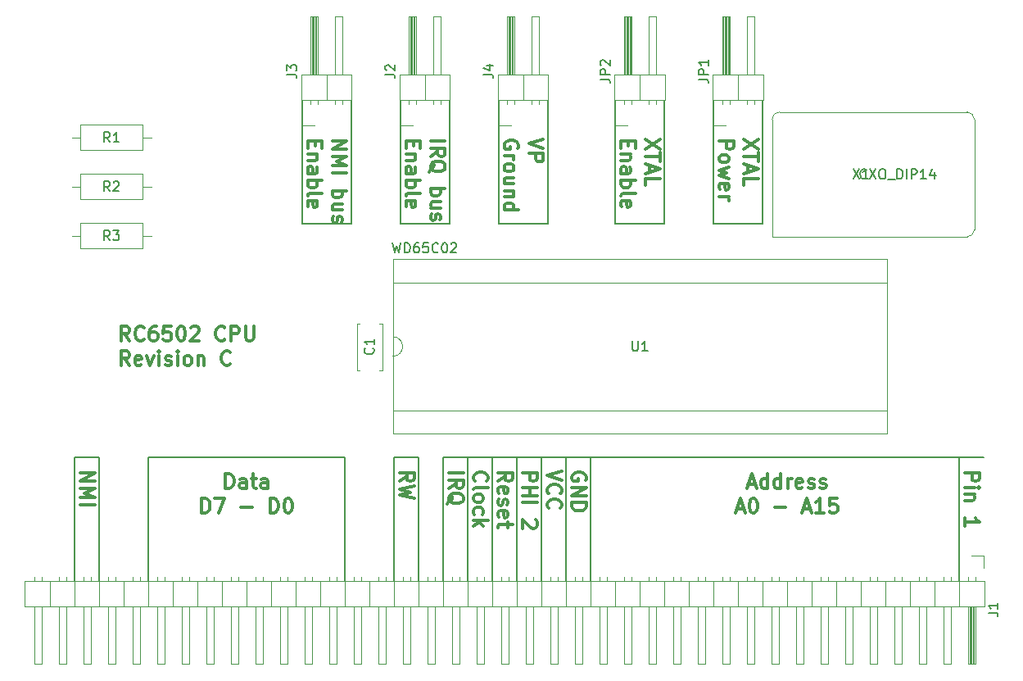
<source format=gto>
G04 #@! TF.FileFunction,Legend,Top*
%FSLAX46Y46*%
G04 Gerber Fmt 4.6, Leading zero omitted, Abs format (unit mm)*
G04 Created by KiCad (PCBNEW 4.0.6) date 06/14/17 15:23:26*
%MOMM*%
%LPD*%
G01*
G04 APERTURE LIST*
%ADD10C,0.100000*%
%ADD11C,0.300000*%
%ADD12C,0.200000*%
%ADD13C,0.120000*%
%ADD14C,0.150000*%
G04 APERTURE END LIST*
D10*
D11*
X146241429Y-95392857D02*
X144741429Y-95892857D01*
X146241429Y-96392857D01*
X144741429Y-96892857D02*
X146241429Y-96892857D01*
X146241429Y-97464285D01*
X146170000Y-97607143D01*
X146098571Y-97678571D01*
X145955714Y-97750000D01*
X145741429Y-97750000D01*
X145598571Y-97678571D01*
X145527143Y-97607143D01*
X145455714Y-97464285D01*
X145455714Y-96892857D01*
X143620000Y-96392857D02*
X143691429Y-96250000D01*
X143691429Y-96035714D01*
X143620000Y-95821429D01*
X143477143Y-95678571D01*
X143334286Y-95607143D01*
X143048571Y-95535714D01*
X142834286Y-95535714D01*
X142548571Y-95607143D01*
X142405714Y-95678571D01*
X142262857Y-95821429D01*
X142191429Y-96035714D01*
X142191429Y-96178571D01*
X142262857Y-96392857D01*
X142334286Y-96464286D01*
X142834286Y-96464286D01*
X142834286Y-96178571D01*
X142191429Y-97107143D02*
X143191429Y-97107143D01*
X142905714Y-97107143D02*
X143048571Y-97178571D01*
X143120000Y-97250000D01*
X143191429Y-97392857D01*
X143191429Y-97535714D01*
X142191429Y-98250000D02*
X142262857Y-98107142D01*
X142334286Y-98035714D01*
X142477143Y-97964285D01*
X142905714Y-97964285D01*
X143048571Y-98035714D01*
X143120000Y-98107142D01*
X143191429Y-98250000D01*
X143191429Y-98464285D01*
X143120000Y-98607142D01*
X143048571Y-98678571D01*
X142905714Y-98750000D01*
X142477143Y-98750000D01*
X142334286Y-98678571D01*
X142262857Y-98607142D01*
X142191429Y-98464285D01*
X142191429Y-98250000D01*
X143191429Y-100035714D02*
X142191429Y-100035714D01*
X143191429Y-99392857D02*
X142405714Y-99392857D01*
X142262857Y-99464285D01*
X142191429Y-99607143D01*
X142191429Y-99821428D01*
X142262857Y-99964285D01*
X142334286Y-100035714D01*
X143191429Y-100750000D02*
X142191429Y-100750000D01*
X143048571Y-100750000D02*
X143120000Y-100821428D01*
X143191429Y-100964286D01*
X143191429Y-101178571D01*
X143120000Y-101321428D01*
X142977143Y-101392857D01*
X142191429Y-101392857D01*
X142191429Y-102750000D02*
X143691429Y-102750000D01*
X142262857Y-102750000D02*
X142191429Y-102607143D01*
X142191429Y-102321429D01*
X142262857Y-102178571D01*
X142334286Y-102107143D01*
X142477143Y-102035714D01*
X142905714Y-102035714D01*
X143048571Y-102107143D01*
X143120000Y-102178571D01*
X143191429Y-102321429D01*
X143191429Y-102607143D01*
X143120000Y-102750000D01*
D12*
X146685000Y-104140000D02*
X146685000Y-91440000D01*
X141605000Y-104140000D02*
X146685000Y-104140000D01*
X141605000Y-91440000D02*
X141605000Y-104140000D01*
D11*
X168466429Y-95464286D02*
X166966429Y-96464286D01*
X168466429Y-96464286D02*
X166966429Y-95464286D01*
X168466429Y-96821428D02*
X168466429Y-97678571D01*
X166966429Y-97250000D02*
X168466429Y-97250000D01*
X167395000Y-98107142D02*
X167395000Y-98821428D01*
X166966429Y-97964285D02*
X168466429Y-98464285D01*
X166966429Y-98964285D01*
X166966429Y-100178571D02*
X166966429Y-99464285D01*
X168466429Y-99464285D01*
X164416429Y-95607143D02*
X165916429Y-95607143D01*
X165916429Y-96178571D01*
X165845000Y-96321429D01*
X165773571Y-96392857D01*
X165630714Y-96464286D01*
X165416429Y-96464286D01*
X165273571Y-96392857D01*
X165202143Y-96321429D01*
X165130714Y-96178571D01*
X165130714Y-95607143D01*
X164416429Y-97321429D02*
X164487857Y-97178571D01*
X164559286Y-97107143D01*
X164702143Y-97035714D01*
X165130714Y-97035714D01*
X165273571Y-97107143D01*
X165345000Y-97178571D01*
X165416429Y-97321429D01*
X165416429Y-97535714D01*
X165345000Y-97678571D01*
X165273571Y-97750000D01*
X165130714Y-97821429D01*
X164702143Y-97821429D01*
X164559286Y-97750000D01*
X164487857Y-97678571D01*
X164416429Y-97535714D01*
X164416429Y-97321429D01*
X165416429Y-98321429D02*
X164416429Y-98607143D01*
X165130714Y-98892857D01*
X164416429Y-99178572D01*
X165416429Y-99464286D01*
X164487857Y-100607143D02*
X164416429Y-100464286D01*
X164416429Y-100178572D01*
X164487857Y-100035715D01*
X164630714Y-99964286D01*
X165202143Y-99964286D01*
X165345000Y-100035715D01*
X165416429Y-100178572D01*
X165416429Y-100464286D01*
X165345000Y-100607143D01*
X165202143Y-100678572D01*
X165059286Y-100678572D01*
X164916429Y-99964286D01*
X164416429Y-101321429D02*
X165416429Y-101321429D01*
X165130714Y-101321429D02*
X165273571Y-101392857D01*
X165345000Y-101464286D01*
X165416429Y-101607143D01*
X165416429Y-101750000D01*
X158306429Y-95464286D02*
X156806429Y-96464286D01*
X158306429Y-96464286D02*
X156806429Y-95464286D01*
X158306429Y-96821428D02*
X158306429Y-97678571D01*
X156806429Y-97250000D02*
X158306429Y-97250000D01*
X157235000Y-98107142D02*
X157235000Y-98821428D01*
X156806429Y-97964285D02*
X158306429Y-98464285D01*
X156806429Y-98964285D01*
X156806429Y-100178571D02*
X156806429Y-99464285D01*
X158306429Y-99464285D01*
X155042143Y-95607143D02*
X155042143Y-96107143D01*
X154256429Y-96321429D02*
X154256429Y-95607143D01*
X155756429Y-95607143D01*
X155756429Y-96321429D01*
X155256429Y-96964286D02*
X154256429Y-96964286D01*
X155113571Y-96964286D02*
X155185000Y-97035714D01*
X155256429Y-97178572D01*
X155256429Y-97392857D01*
X155185000Y-97535714D01*
X155042143Y-97607143D01*
X154256429Y-97607143D01*
X154256429Y-98964286D02*
X155042143Y-98964286D01*
X155185000Y-98892857D01*
X155256429Y-98750000D01*
X155256429Y-98464286D01*
X155185000Y-98321429D01*
X154327857Y-98964286D02*
X154256429Y-98821429D01*
X154256429Y-98464286D01*
X154327857Y-98321429D01*
X154470714Y-98250000D01*
X154613571Y-98250000D01*
X154756429Y-98321429D01*
X154827857Y-98464286D01*
X154827857Y-98821429D01*
X154899286Y-98964286D01*
X154256429Y-99678572D02*
X155756429Y-99678572D01*
X155185000Y-99678572D02*
X155256429Y-99821429D01*
X155256429Y-100107143D01*
X155185000Y-100250000D01*
X155113571Y-100321429D01*
X154970714Y-100392858D01*
X154542143Y-100392858D01*
X154399286Y-100321429D01*
X154327857Y-100250000D01*
X154256429Y-100107143D01*
X154256429Y-99821429D01*
X154327857Y-99678572D01*
X154256429Y-101250001D02*
X154327857Y-101107143D01*
X154470714Y-101035715D01*
X155756429Y-101035715D01*
X154327857Y-102392857D02*
X154256429Y-102250000D01*
X154256429Y-101964286D01*
X154327857Y-101821429D01*
X154470714Y-101750000D01*
X155042143Y-101750000D01*
X155185000Y-101821429D01*
X155256429Y-101964286D01*
X155256429Y-102250000D01*
X155185000Y-102392857D01*
X155042143Y-102464286D01*
X154899286Y-102464286D01*
X154756429Y-101750000D01*
D12*
X168910000Y-104140000D02*
X168910000Y-91440000D01*
X163830000Y-104140000D02*
X168910000Y-104140000D01*
X163830000Y-91440000D02*
X163830000Y-104140000D01*
X158750000Y-104140000D02*
X158750000Y-91440000D01*
X153670000Y-104140000D02*
X158750000Y-104140000D01*
X153670000Y-91440000D02*
X153670000Y-104140000D01*
D11*
X124421429Y-95607143D02*
X125921429Y-95607143D01*
X124421429Y-96464286D01*
X125921429Y-96464286D01*
X124421429Y-97178572D02*
X125921429Y-97178572D01*
X124850000Y-97678572D01*
X125921429Y-98178572D01*
X124421429Y-98178572D01*
X124421429Y-98892858D02*
X125921429Y-98892858D01*
X124421429Y-100750001D02*
X125921429Y-100750001D01*
X125350000Y-100750001D02*
X125421429Y-100892858D01*
X125421429Y-101178572D01*
X125350000Y-101321429D01*
X125278571Y-101392858D01*
X125135714Y-101464287D01*
X124707143Y-101464287D01*
X124564286Y-101392858D01*
X124492857Y-101321429D01*
X124421429Y-101178572D01*
X124421429Y-100892858D01*
X124492857Y-100750001D01*
X125421429Y-102750001D02*
X124421429Y-102750001D01*
X125421429Y-102107144D02*
X124635714Y-102107144D01*
X124492857Y-102178572D01*
X124421429Y-102321430D01*
X124421429Y-102535715D01*
X124492857Y-102678572D01*
X124564286Y-102750001D01*
X124492857Y-103392858D02*
X124421429Y-103535715D01*
X124421429Y-103821430D01*
X124492857Y-103964287D01*
X124635714Y-104035715D01*
X124707143Y-104035715D01*
X124850000Y-103964287D01*
X124921429Y-103821430D01*
X124921429Y-103607144D01*
X124992857Y-103464287D01*
X125135714Y-103392858D01*
X125207143Y-103392858D01*
X125350000Y-103464287D01*
X125421429Y-103607144D01*
X125421429Y-103821430D01*
X125350000Y-103964287D01*
X122657143Y-95607143D02*
X122657143Y-96107143D01*
X121871429Y-96321429D02*
X121871429Y-95607143D01*
X123371429Y-95607143D01*
X123371429Y-96321429D01*
X122871429Y-96964286D02*
X121871429Y-96964286D01*
X122728571Y-96964286D02*
X122800000Y-97035714D01*
X122871429Y-97178572D01*
X122871429Y-97392857D01*
X122800000Y-97535714D01*
X122657143Y-97607143D01*
X121871429Y-97607143D01*
X121871429Y-98964286D02*
X122657143Y-98964286D01*
X122800000Y-98892857D01*
X122871429Y-98750000D01*
X122871429Y-98464286D01*
X122800000Y-98321429D01*
X121942857Y-98964286D02*
X121871429Y-98821429D01*
X121871429Y-98464286D01*
X121942857Y-98321429D01*
X122085714Y-98250000D01*
X122228571Y-98250000D01*
X122371429Y-98321429D01*
X122442857Y-98464286D01*
X122442857Y-98821429D01*
X122514286Y-98964286D01*
X121871429Y-99678572D02*
X123371429Y-99678572D01*
X122800000Y-99678572D02*
X122871429Y-99821429D01*
X122871429Y-100107143D01*
X122800000Y-100250000D01*
X122728571Y-100321429D01*
X122585714Y-100392858D01*
X122157143Y-100392858D01*
X122014286Y-100321429D01*
X121942857Y-100250000D01*
X121871429Y-100107143D01*
X121871429Y-99821429D01*
X121942857Y-99678572D01*
X121871429Y-101250001D02*
X121942857Y-101107143D01*
X122085714Y-101035715D01*
X123371429Y-101035715D01*
X121942857Y-102392857D02*
X121871429Y-102250000D01*
X121871429Y-101964286D01*
X121942857Y-101821429D01*
X122085714Y-101750000D01*
X122657143Y-101750000D01*
X122800000Y-101821429D01*
X122871429Y-101964286D01*
X122871429Y-102250000D01*
X122800000Y-102392857D01*
X122657143Y-102464286D01*
X122514286Y-102464286D01*
X122371429Y-101750000D01*
X134581429Y-95607143D02*
X136081429Y-95607143D01*
X134581429Y-97178572D02*
X135295714Y-96678572D01*
X134581429Y-96321429D02*
X136081429Y-96321429D01*
X136081429Y-96892857D01*
X136010000Y-97035715D01*
X135938571Y-97107143D01*
X135795714Y-97178572D01*
X135581429Y-97178572D01*
X135438571Y-97107143D01*
X135367143Y-97035715D01*
X135295714Y-96892857D01*
X135295714Y-96321429D01*
X134438571Y-98821429D02*
X134510000Y-98678572D01*
X134652857Y-98535715D01*
X134867143Y-98321429D01*
X134938571Y-98178572D01*
X134938571Y-98035715D01*
X134581429Y-98107143D02*
X134652857Y-97964286D01*
X134795714Y-97821429D01*
X135081429Y-97750000D01*
X135581429Y-97750000D01*
X135867143Y-97821429D01*
X136010000Y-97964286D01*
X136081429Y-98107143D01*
X136081429Y-98392857D01*
X136010000Y-98535715D01*
X135867143Y-98678572D01*
X135581429Y-98750000D01*
X135081429Y-98750000D01*
X134795714Y-98678572D01*
X134652857Y-98535715D01*
X134581429Y-98392857D01*
X134581429Y-98107143D01*
X134581429Y-100535715D02*
X136081429Y-100535715D01*
X135510000Y-100535715D02*
X135581429Y-100678572D01*
X135581429Y-100964286D01*
X135510000Y-101107143D01*
X135438571Y-101178572D01*
X135295714Y-101250001D01*
X134867143Y-101250001D01*
X134724286Y-101178572D01*
X134652857Y-101107143D01*
X134581429Y-100964286D01*
X134581429Y-100678572D01*
X134652857Y-100535715D01*
X135581429Y-102535715D02*
X134581429Y-102535715D01*
X135581429Y-101892858D02*
X134795714Y-101892858D01*
X134652857Y-101964286D01*
X134581429Y-102107144D01*
X134581429Y-102321429D01*
X134652857Y-102464286D01*
X134724286Y-102535715D01*
X134652857Y-103178572D02*
X134581429Y-103321429D01*
X134581429Y-103607144D01*
X134652857Y-103750001D01*
X134795714Y-103821429D01*
X134867143Y-103821429D01*
X135010000Y-103750001D01*
X135081429Y-103607144D01*
X135081429Y-103392858D01*
X135152857Y-103250001D01*
X135295714Y-103178572D01*
X135367143Y-103178572D01*
X135510000Y-103250001D01*
X135581429Y-103392858D01*
X135581429Y-103607144D01*
X135510000Y-103750001D01*
X132817143Y-95607143D02*
X132817143Y-96107143D01*
X132031429Y-96321429D02*
X132031429Y-95607143D01*
X133531429Y-95607143D01*
X133531429Y-96321429D01*
X133031429Y-96964286D02*
X132031429Y-96964286D01*
X132888571Y-96964286D02*
X132960000Y-97035714D01*
X133031429Y-97178572D01*
X133031429Y-97392857D01*
X132960000Y-97535714D01*
X132817143Y-97607143D01*
X132031429Y-97607143D01*
X132031429Y-98964286D02*
X132817143Y-98964286D01*
X132960000Y-98892857D01*
X133031429Y-98750000D01*
X133031429Y-98464286D01*
X132960000Y-98321429D01*
X132102857Y-98964286D02*
X132031429Y-98821429D01*
X132031429Y-98464286D01*
X132102857Y-98321429D01*
X132245714Y-98250000D01*
X132388571Y-98250000D01*
X132531429Y-98321429D01*
X132602857Y-98464286D01*
X132602857Y-98821429D01*
X132674286Y-98964286D01*
X132031429Y-99678572D02*
X133531429Y-99678572D01*
X132960000Y-99678572D02*
X133031429Y-99821429D01*
X133031429Y-100107143D01*
X132960000Y-100250000D01*
X132888571Y-100321429D01*
X132745714Y-100392858D01*
X132317143Y-100392858D01*
X132174286Y-100321429D01*
X132102857Y-100250000D01*
X132031429Y-100107143D01*
X132031429Y-99821429D01*
X132102857Y-99678572D01*
X132031429Y-101250001D02*
X132102857Y-101107143D01*
X132245714Y-101035715D01*
X133531429Y-101035715D01*
X132102857Y-102392857D02*
X132031429Y-102250000D01*
X132031429Y-101964286D01*
X132102857Y-101821429D01*
X132245714Y-101750000D01*
X132817143Y-101750000D01*
X132960000Y-101821429D01*
X133031429Y-101964286D01*
X133031429Y-102250000D01*
X132960000Y-102392857D01*
X132817143Y-102464286D01*
X132674286Y-102464286D01*
X132531429Y-101750000D01*
D12*
X136525000Y-104140000D02*
X136525000Y-91440000D01*
X131445000Y-104140000D02*
X136525000Y-104140000D01*
X131445000Y-91440000D02*
X131445000Y-104140000D01*
X126365000Y-104140000D02*
X126365000Y-91440000D01*
X121285000Y-104140000D02*
X126365000Y-104140000D01*
X121285000Y-91440000D02*
X121285000Y-104140000D01*
D11*
X167414286Y-131055000D02*
X168128572Y-131055000D01*
X167271429Y-131483571D02*
X167771429Y-129983571D01*
X168271429Y-131483571D01*
X169414286Y-131483571D02*
X169414286Y-129983571D01*
X169414286Y-131412143D02*
X169271429Y-131483571D01*
X168985715Y-131483571D01*
X168842857Y-131412143D01*
X168771429Y-131340714D01*
X168700000Y-131197857D01*
X168700000Y-130769286D01*
X168771429Y-130626429D01*
X168842857Y-130555000D01*
X168985715Y-130483571D01*
X169271429Y-130483571D01*
X169414286Y-130555000D01*
X170771429Y-131483571D02*
X170771429Y-129983571D01*
X170771429Y-131412143D02*
X170628572Y-131483571D01*
X170342858Y-131483571D01*
X170200000Y-131412143D01*
X170128572Y-131340714D01*
X170057143Y-131197857D01*
X170057143Y-130769286D01*
X170128572Y-130626429D01*
X170200000Y-130555000D01*
X170342858Y-130483571D01*
X170628572Y-130483571D01*
X170771429Y-130555000D01*
X171485715Y-131483571D02*
X171485715Y-130483571D01*
X171485715Y-130769286D02*
X171557143Y-130626429D01*
X171628572Y-130555000D01*
X171771429Y-130483571D01*
X171914286Y-130483571D01*
X172985714Y-131412143D02*
X172842857Y-131483571D01*
X172557143Y-131483571D01*
X172414286Y-131412143D01*
X172342857Y-131269286D01*
X172342857Y-130697857D01*
X172414286Y-130555000D01*
X172557143Y-130483571D01*
X172842857Y-130483571D01*
X172985714Y-130555000D01*
X173057143Y-130697857D01*
X173057143Y-130840714D01*
X172342857Y-130983571D01*
X173628571Y-131412143D02*
X173771428Y-131483571D01*
X174057143Y-131483571D01*
X174200000Y-131412143D01*
X174271428Y-131269286D01*
X174271428Y-131197857D01*
X174200000Y-131055000D01*
X174057143Y-130983571D01*
X173842857Y-130983571D01*
X173700000Y-130912143D01*
X173628571Y-130769286D01*
X173628571Y-130697857D01*
X173700000Y-130555000D01*
X173842857Y-130483571D01*
X174057143Y-130483571D01*
X174200000Y-130555000D01*
X174842857Y-131412143D02*
X174985714Y-131483571D01*
X175271429Y-131483571D01*
X175414286Y-131412143D01*
X175485714Y-131269286D01*
X175485714Y-131197857D01*
X175414286Y-131055000D01*
X175271429Y-130983571D01*
X175057143Y-130983571D01*
X174914286Y-130912143D01*
X174842857Y-130769286D01*
X174842857Y-130697857D01*
X174914286Y-130555000D01*
X175057143Y-130483571D01*
X175271429Y-130483571D01*
X175414286Y-130555000D01*
X166235715Y-133605000D02*
X166950001Y-133605000D01*
X166092858Y-134033571D02*
X166592858Y-132533571D01*
X167092858Y-134033571D01*
X167878572Y-132533571D02*
X168021429Y-132533571D01*
X168164286Y-132605000D01*
X168235715Y-132676429D01*
X168307144Y-132819286D01*
X168378572Y-133105000D01*
X168378572Y-133462143D01*
X168307144Y-133747857D01*
X168235715Y-133890714D01*
X168164286Y-133962143D01*
X168021429Y-134033571D01*
X167878572Y-134033571D01*
X167735715Y-133962143D01*
X167664286Y-133890714D01*
X167592858Y-133747857D01*
X167521429Y-133462143D01*
X167521429Y-133105000D01*
X167592858Y-132819286D01*
X167664286Y-132676429D01*
X167735715Y-132605000D01*
X167878572Y-132533571D01*
X170164286Y-133462143D02*
X171307143Y-133462143D01*
X173092857Y-133605000D02*
X173807143Y-133605000D01*
X172950000Y-134033571D02*
X173450000Y-132533571D01*
X173950000Y-134033571D01*
X175235714Y-134033571D02*
X174378571Y-134033571D01*
X174807143Y-134033571D02*
X174807143Y-132533571D01*
X174664286Y-132747857D01*
X174521428Y-132890714D01*
X174378571Y-132962143D01*
X176592857Y-132533571D02*
X175878571Y-132533571D01*
X175807142Y-133247857D01*
X175878571Y-133176429D01*
X176021428Y-133105000D01*
X176378571Y-133105000D01*
X176521428Y-133176429D01*
X176592857Y-133247857D01*
X176664285Y-133390714D01*
X176664285Y-133747857D01*
X176592857Y-133890714D01*
X176521428Y-133962143D01*
X176378571Y-134033571D01*
X176021428Y-134033571D01*
X175878571Y-133962143D01*
X175807142Y-133890714D01*
X113391429Y-131483571D02*
X113391429Y-129983571D01*
X113748572Y-129983571D01*
X113962857Y-130055000D01*
X114105715Y-130197857D01*
X114177143Y-130340714D01*
X114248572Y-130626429D01*
X114248572Y-130840714D01*
X114177143Y-131126429D01*
X114105715Y-131269286D01*
X113962857Y-131412143D01*
X113748572Y-131483571D01*
X113391429Y-131483571D01*
X115534286Y-131483571D02*
X115534286Y-130697857D01*
X115462857Y-130555000D01*
X115320000Y-130483571D01*
X115034286Y-130483571D01*
X114891429Y-130555000D01*
X115534286Y-131412143D02*
X115391429Y-131483571D01*
X115034286Y-131483571D01*
X114891429Y-131412143D01*
X114820000Y-131269286D01*
X114820000Y-131126429D01*
X114891429Y-130983571D01*
X115034286Y-130912143D01*
X115391429Y-130912143D01*
X115534286Y-130840714D01*
X116034286Y-130483571D02*
X116605715Y-130483571D01*
X116248572Y-129983571D02*
X116248572Y-131269286D01*
X116320000Y-131412143D01*
X116462858Y-131483571D01*
X116605715Y-131483571D01*
X117748572Y-131483571D02*
X117748572Y-130697857D01*
X117677143Y-130555000D01*
X117534286Y-130483571D01*
X117248572Y-130483571D01*
X117105715Y-130555000D01*
X117748572Y-131412143D02*
X117605715Y-131483571D01*
X117248572Y-131483571D01*
X117105715Y-131412143D01*
X117034286Y-131269286D01*
X117034286Y-131126429D01*
X117105715Y-130983571D01*
X117248572Y-130912143D01*
X117605715Y-130912143D01*
X117748572Y-130840714D01*
X110927144Y-134033571D02*
X110927144Y-132533571D01*
X111284287Y-132533571D01*
X111498572Y-132605000D01*
X111641430Y-132747857D01*
X111712858Y-132890714D01*
X111784287Y-133176429D01*
X111784287Y-133390714D01*
X111712858Y-133676429D01*
X111641430Y-133819286D01*
X111498572Y-133962143D01*
X111284287Y-134033571D01*
X110927144Y-134033571D01*
X112284287Y-132533571D02*
X113284287Y-132533571D01*
X112641430Y-134033571D01*
X114998572Y-133462143D02*
X116141429Y-133462143D01*
X117998572Y-134033571D02*
X117998572Y-132533571D01*
X118355715Y-132533571D01*
X118570000Y-132605000D01*
X118712858Y-132747857D01*
X118784286Y-132890714D01*
X118855715Y-133176429D01*
X118855715Y-133390714D01*
X118784286Y-133676429D01*
X118712858Y-133819286D01*
X118570000Y-133962143D01*
X118355715Y-134033571D01*
X117998572Y-134033571D01*
X119784286Y-132533571D02*
X119927143Y-132533571D01*
X120070000Y-132605000D01*
X120141429Y-132676429D01*
X120212858Y-132819286D01*
X120284286Y-133105000D01*
X120284286Y-133462143D01*
X120212858Y-133747857D01*
X120141429Y-133890714D01*
X120070000Y-133962143D01*
X119927143Y-134033571D01*
X119784286Y-134033571D01*
X119641429Y-133962143D01*
X119570000Y-133890714D01*
X119498572Y-133747857D01*
X119427143Y-133462143D01*
X119427143Y-133105000D01*
X119498572Y-132819286D01*
X119570000Y-132676429D01*
X119641429Y-132605000D01*
X119784286Y-132533571D01*
X131401429Y-130754286D02*
X132115714Y-130254286D01*
X131401429Y-129897143D02*
X132901429Y-129897143D01*
X132901429Y-130468571D01*
X132830000Y-130611429D01*
X132758571Y-130682857D01*
X132615714Y-130754286D01*
X132401429Y-130754286D01*
X132258571Y-130682857D01*
X132187143Y-130611429D01*
X132115714Y-130468571D01*
X132115714Y-129897143D01*
X132901429Y-131254286D02*
X131401429Y-131611429D01*
X132472857Y-131897143D01*
X131401429Y-132182857D01*
X132901429Y-132540000D01*
X98381429Y-129897143D02*
X99881429Y-129897143D01*
X98381429Y-130754286D01*
X99881429Y-130754286D01*
X98381429Y-131468572D02*
X99881429Y-131468572D01*
X98810000Y-131968572D01*
X99881429Y-132468572D01*
X98381429Y-132468572D01*
X98381429Y-133182858D02*
X99881429Y-133182858D01*
X136481429Y-129897143D02*
X137981429Y-129897143D01*
X136481429Y-131468572D02*
X137195714Y-130968572D01*
X136481429Y-130611429D02*
X137981429Y-130611429D01*
X137981429Y-131182857D01*
X137910000Y-131325715D01*
X137838571Y-131397143D01*
X137695714Y-131468572D01*
X137481429Y-131468572D01*
X137338571Y-131397143D01*
X137267143Y-131325715D01*
X137195714Y-131182857D01*
X137195714Y-130611429D01*
X136338571Y-133111429D02*
X136410000Y-132968572D01*
X136552857Y-132825715D01*
X136767143Y-132611429D01*
X136838571Y-132468572D01*
X136838571Y-132325715D01*
X136481429Y-132397143D02*
X136552857Y-132254286D01*
X136695714Y-132111429D01*
X136981429Y-132040000D01*
X137481429Y-132040000D01*
X137767143Y-132111429D01*
X137910000Y-132254286D01*
X137981429Y-132397143D01*
X137981429Y-132682857D01*
X137910000Y-132825715D01*
X137767143Y-132968572D01*
X137481429Y-133040000D01*
X136981429Y-133040000D01*
X136695714Y-132968572D01*
X136552857Y-132825715D01*
X136481429Y-132682857D01*
X136481429Y-132397143D01*
X139164286Y-130754286D02*
X139092857Y-130682857D01*
X139021429Y-130468571D01*
X139021429Y-130325714D01*
X139092857Y-130111429D01*
X139235714Y-129968571D01*
X139378571Y-129897143D01*
X139664286Y-129825714D01*
X139878571Y-129825714D01*
X140164286Y-129897143D01*
X140307143Y-129968571D01*
X140450000Y-130111429D01*
X140521429Y-130325714D01*
X140521429Y-130468571D01*
X140450000Y-130682857D01*
X140378571Y-130754286D01*
X139021429Y-131611429D02*
X139092857Y-131468571D01*
X139235714Y-131397143D01*
X140521429Y-131397143D01*
X139021429Y-132397143D02*
X139092857Y-132254285D01*
X139164286Y-132182857D01*
X139307143Y-132111428D01*
X139735714Y-132111428D01*
X139878571Y-132182857D01*
X139950000Y-132254285D01*
X140021429Y-132397143D01*
X140021429Y-132611428D01*
X139950000Y-132754285D01*
X139878571Y-132825714D01*
X139735714Y-132897143D01*
X139307143Y-132897143D01*
X139164286Y-132825714D01*
X139092857Y-132754285D01*
X139021429Y-132611428D01*
X139021429Y-132397143D01*
X139092857Y-134182857D02*
X139021429Y-134040000D01*
X139021429Y-133754286D01*
X139092857Y-133611428D01*
X139164286Y-133540000D01*
X139307143Y-133468571D01*
X139735714Y-133468571D01*
X139878571Y-133540000D01*
X139950000Y-133611428D01*
X140021429Y-133754286D01*
X140021429Y-134040000D01*
X139950000Y-134182857D01*
X139021429Y-134825714D02*
X140521429Y-134825714D01*
X139592857Y-134968571D02*
X139021429Y-135397142D01*
X140021429Y-135397142D02*
X139450000Y-134825714D01*
X141561429Y-130754286D02*
X142275714Y-130254286D01*
X141561429Y-129897143D02*
X143061429Y-129897143D01*
X143061429Y-130468571D01*
X142990000Y-130611429D01*
X142918571Y-130682857D01*
X142775714Y-130754286D01*
X142561429Y-130754286D01*
X142418571Y-130682857D01*
X142347143Y-130611429D01*
X142275714Y-130468571D01*
X142275714Y-129897143D01*
X141632857Y-131968571D02*
X141561429Y-131825714D01*
X141561429Y-131540000D01*
X141632857Y-131397143D01*
X141775714Y-131325714D01*
X142347143Y-131325714D01*
X142490000Y-131397143D01*
X142561429Y-131540000D01*
X142561429Y-131825714D01*
X142490000Y-131968571D01*
X142347143Y-132040000D01*
X142204286Y-132040000D01*
X142061429Y-131325714D01*
X141632857Y-132611428D02*
X141561429Y-132754285D01*
X141561429Y-133040000D01*
X141632857Y-133182857D01*
X141775714Y-133254285D01*
X141847143Y-133254285D01*
X141990000Y-133182857D01*
X142061429Y-133040000D01*
X142061429Y-132825714D01*
X142132857Y-132682857D01*
X142275714Y-132611428D01*
X142347143Y-132611428D01*
X142490000Y-132682857D01*
X142561429Y-132825714D01*
X142561429Y-133040000D01*
X142490000Y-133182857D01*
X141632857Y-134468571D02*
X141561429Y-134325714D01*
X141561429Y-134040000D01*
X141632857Y-133897143D01*
X141775714Y-133825714D01*
X142347143Y-133825714D01*
X142490000Y-133897143D01*
X142561429Y-134040000D01*
X142561429Y-134325714D01*
X142490000Y-134468571D01*
X142347143Y-134540000D01*
X142204286Y-134540000D01*
X142061429Y-133825714D01*
X142561429Y-134968571D02*
X142561429Y-135540000D01*
X143061429Y-135182857D02*
X141775714Y-135182857D01*
X141632857Y-135254285D01*
X141561429Y-135397143D01*
X141561429Y-135540000D01*
X144101429Y-129897143D02*
X145601429Y-129897143D01*
X145601429Y-130468571D01*
X145530000Y-130611429D01*
X145458571Y-130682857D01*
X145315714Y-130754286D01*
X145101429Y-130754286D01*
X144958571Y-130682857D01*
X144887143Y-130611429D01*
X144815714Y-130468571D01*
X144815714Y-129897143D01*
X144101429Y-131397143D02*
X145601429Y-131397143D01*
X144887143Y-131397143D02*
X144887143Y-132254286D01*
X144101429Y-132254286D02*
X145601429Y-132254286D01*
X144101429Y-132968572D02*
X145601429Y-132968572D01*
X145458571Y-134754286D02*
X145530000Y-134825715D01*
X145601429Y-134968572D01*
X145601429Y-135325715D01*
X145530000Y-135468572D01*
X145458571Y-135540001D01*
X145315714Y-135611429D01*
X145172857Y-135611429D01*
X144958571Y-135540001D01*
X144101429Y-134682858D01*
X144101429Y-135611429D01*
X148141429Y-129682857D02*
X146641429Y-130182857D01*
X148141429Y-130682857D01*
X146784286Y-132040000D02*
X146712857Y-131968571D01*
X146641429Y-131754285D01*
X146641429Y-131611428D01*
X146712857Y-131397143D01*
X146855714Y-131254285D01*
X146998571Y-131182857D01*
X147284286Y-131111428D01*
X147498571Y-131111428D01*
X147784286Y-131182857D01*
X147927143Y-131254285D01*
X148070000Y-131397143D01*
X148141429Y-131611428D01*
X148141429Y-131754285D01*
X148070000Y-131968571D01*
X147998571Y-132040000D01*
X146784286Y-133540000D02*
X146712857Y-133468571D01*
X146641429Y-133254285D01*
X146641429Y-133111428D01*
X146712857Y-132897143D01*
X146855714Y-132754285D01*
X146998571Y-132682857D01*
X147284286Y-132611428D01*
X147498571Y-132611428D01*
X147784286Y-132682857D01*
X147927143Y-132754285D01*
X148070000Y-132897143D01*
X148141429Y-133111428D01*
X148141429Y-133254285D01*
X148070000Y-133468571D01*
X147998571Y-133540000D01*
X150610000Y-130682857D02*
X150681429Y-130540000D01*
X150681429Y-130325714D01*
X150610000Y-130111429D01*
X150467143Y-129968571D01*
X150324286Y-129897143D01*
X150038571Y-129825714D01*
X149824286Y-129825714D01*
X149538571Y-129897143D01*
X149395714Y-129968571D01*
X149252857Y-130111429D01*
X149181429Y-130325714D01*
X149181429Y-130468571D01*
X149252857Y-130682857D01*
X149324286Y-130754286D01*
X149824286Y-130754286D01*
X149824286Y-130468571D01*
X149181429Y-131397143D02*
X150681429Y-131397143D01*
X149181429Y-132254286D01*
X150681429Y-132254286D01*
X149181429Y-132968572D02*
X150681429Y-132968572D01*
X150681429Y-133325715D01*
X150610000Y-133540000D01*
X150467143Y-133682858D01*
X150324286Y-133754286D01*
X150038571Y-133825715D01*
X149824286Y-133825715D01*
X149538571Y-133754286D01*
X149395714Y-133682858D01*
X149252857Y-133540000D01*
X149181429Y-133325715D01*
X149181429Y-132968572D01*
X189821429Y-129897143D02*
X191321429Y-129897143D01*
X191321429Y-130468571D01*
X191250000Y-130611429D01*
X191178571Y-130682857D01*
X191035714Y-130754286D01*
X190821429Y-130754286D01*
X190678571Y-130682857D01*
X190607143Y-130611429D01*
X190535714Y-130468571D01*
X190535714Y-129897143D01*
X189821429Y-131397143D02*
X190821429Y-131397143D01*
X191321429Y-131397143D02*
X191250000Y-131325714D01*
X191178571Y-131397143D01*
X191250000Y-131468571D01*
X191321429Y-131397143D01*
X191178571Y-131397143D01*
X190821429Y-132111429D02*
X189821429Y-132111429D01*
X190678571Y-132111429D02*
X190750000Y-132182857D01*
X190821429Y-132325715D01*
X190821429Y-132540000D01*
X190750000Y-132682857D01*
X190607143Y-132754286D01*
X189821429Y-132754286D01*
X189821429Y-135397143D02*
X189821429Y-134540000D01*
X189821429Y-134968572D02*
X191321429Y-134968572D01*
X191107143Y-134825715D01*
X190964286Y-134682857D01*
X190892857Y-134540000D01*
D12*
X189230000Y-128270000D02*
X189230000Y-140970000D01*
X151130000Y-128270000D02*
X191770000Y-128270000D01*
X140970000Y-128270000D02*
X138430000Y-128270000D01*
X140970000Y-128270000D02*
X140970000Y-140970000D01*
X143510000Y-128270000D02*
X140970000Y-128270000D01*
X143510000Y-128270000D02*
X143510000Y-140970000D01*
X146050000Y-128270000D02*
X143510000Y-128270000D01*
X146050000Y-128270000D02*
X146050000Y-140970000D01*
X148590000Y-128270000D02*
X146050000Y-128270000D01*
X148590000Y-128270000D02*
X148590000Y-140970000D01*
X151130000Y-128270000D02*
X148590000Y-128270000D01*
X151130000Y-140970000D02*
X151130000Y-128270000D01*
X138430000Y-128270000D02*
X138430000Y-140970000D01*
X135890000Y-128270000D02*
X138430000Y-128270000D01*
X135890000Y-128270000D02*
X135890000Y-140970000D01*
X133350000Y-128270000D02*
X133350000Y-140970000D01*
X130810000Y-128270000D02*
X133350000Y-128270000D01*
X130810000Y-128270000D02*
X130810000Y-140970000D01*
X125730000Y-128270000D02*
X105410000Y-128270000D01*
X125730000Y-140970000D02*
X125730000Y-128270000D01*
X105410000Y-140970000D02*
X105410000Y-128270000D01*
X100330000Y-128270000D02*
X100330000Y-140970000D01*
X97790000Y-128270000D02*
X100330000Y-128270000D01*
X97790000Y-140970000D02*
X97790000Y-128270000D01*
D11*
X103449286Y-116243571D02*
X102949286Y-115529286D01*
X102592143Y-116243571D02*
X102592143Y-114743571D01*
X103163571Y-114743571D01*
X103306429Y-114815000D01*
X103377857Y-114886429D01*
X103449286Y-115029286D01*
X103449286Y-115243571D01*
X103377857Y-115386429D01*
X103306429Y-115457857D01*
X103163571Y-115529286D01*
X102592143Y-115529286D01*
X104949286Y-116100714D02*
X104877857Y-116172143D01*
X104663571Y-116243571D01*
X104520714Y-116243571D01*
X104306429Y-116172143D01*
X104163571Y-116029286D01*
X104092143Y-115886429D01*
X104020714Y-115600714D01*
X104020714Y-115386429D01*
X104092143Y-115100714D01*
X104163571Y-114957857D01*
X104306429Y-114815000D01*
X104520714Y-114743571D01*
X104663571Y-114743571D01*
X104877857Y-114815000D01*
X104949286Y-114886429D01*
X106235000Y-114743571D02*
X105949286Y-114743571D01*
X105806429Y-114815000D01*
X105735000Y-114886429D01*
X105592143Y-115100714D01*
X105520714Y-115386429D01*
X105520714Y-115957857D01*
X105592143Y-116100714D01*
X105663571Y-116172143D01*
X105806429Y-116243571D01*
X106092143Y-116243571D01*
X106235000Y-116172143D01*
X106306429Y-116100714D01*
X106377857Y-115957857D01*
X106377857Y-115600714D01*
X106306429Y-115457857D01*
X106235000Y-115386429D01*
X106092143Y-115315000D01*
X105806429Y-115315000D01*
X105663571Y-115386429D01*
X105592143Y-115457857D01*
X105520714Y-115600714D01*
X107735000Y-114743571D02*
X107020714Y-114743571D01*
X106949285Y-115457857D01*
X107020714Y-115386429D01*
X107163571Y-115315000D01*
X107520714Y-115315000D01*
X107663571Y-115386429D01*
X107735000Y-115457857D01*
X107806428Y-115600714D01*
X107806428Y-115957857D01*
X107735000Y-116100714D01*
X107663571Y-116172143D01*
X107520714Y-116243571D01*
X107163571Y-116243571D01*
X107020714Y-116172143D01*
X106949285Y-116100714D01*
X108734999Y-114743571D02*
X108877856Y-114743571D01*
X109020713Y-114815000D01*
X109092142Y-114886429D01*
X109163571Y-115029286D01*
X109234999Y-115315000D01*
X109234999Y-115672143D01*
X109163571Y-115957857D01*
X109092142Y-116100714D01*
X109020713Y-116172143D01*
X108877856Y-116243571D01*
X108734999Y-116243571D01*
X108592142Y-116172143D01*
X108520713Y-116100714D01*
X108449285Y-115957857D01*
X108377856Y-115672143D01*
X108377856Y-115315000D01*
X108449285Y-115029286D01*
X108520713Y-114886429D01*
X108592142Y-114815000D01*
X108734999Y-114743571D01*
X109806427Y-114886429D02*
X109877856Y-114815000D01*
X110020713Y-114743571D01*
X110377856Y-114743571D01*
X110520713Y-114815000D01*
X110592142Y-114886429D01*
X110663570Y-115029286D01*
X110663570Y-115172143D01*
X110592142Y-115386429D01*
X109734999Y-116243571D01*
X110663570Y-116243571D01*
X113306427Y-116100714D02*
X113234998Y-116172143D01*
X113020712Y-116243571D01*
X112877855Y-116243571D01*
X112663570Y-116172143D01*
X112520712Y-116029286D01*
X112449284Y-115886429D01*
X112377855Y-115600714D01*
X112377855Y-115386429D01*
X112449284Y-115100714D01*
X112520712Y-114957857D01*
X112663570Y-114815000D01*
X112877855Y-114743571D01*
X113020712Y-114743571D01*
X113234998Y-114815000D01*
X113306427Y-114886429D01*
X113949284Y-116243571D02*
X113949284Y-114743571D01*
X114520712Y-114743571D01*
X114663570Y-114815000D01*
X114734998Y-114886429D01*
X114806427Y-115029286D01*
X114806427Y-115243571D01*
X114734998Y-115386429D01*
X114663570Y-115457857D01*
X114520712Y-115529286D01*
X113949284Y-115529286D01*
X115449284Y-114743571D02*
X115449284Y-115957857D01*
X115520712Y-116100714D01*
X115592141Y-116172143D01*
X115734998Y-116243571D01*
X116020712Y-116243571D01*
X116163570Y-116172143D01*
X116234998Y-116100714D01*
X116306427Y-115957857D01*
X116306427Y-114743571D01*
X103449286Y-118793571D02*
X102949286Y-118079286D01*
X102592143Y-118793571D02*
X102592143Y-117293571D01*
X103163571Y-117293571D01*
X103306429Y-117365000D01*
X103377857Y-117436429D01*
X103449286Y-117579286D01*
X103449286Y-117793571D01*
X103377857Y-117936429D01*
X103306429Y-118007857D01*
X103163571Y-118079286D01*
X102592143Y-118079286D01*
X104663571Y-118722143D02*
X104520714Y-118793571D01*
X104235000Y-118793571D01*
X104092143Y-118722143D01*
X104020714Y-118579286D01*
X104020714Y-118007857D01*
X104092143Y-117865000D01*
X104235000Y-117793571D01*
X104520714Y-117793571D01*
X104663571Y-117865000D01*
X104735000Y-118007857D01*
X104735000Y-118150714D01*
X104020714Y-118293571D01*
X105235000Y-117793571D02*
X105592143Y-118793571D01*
X105949285Y-117793571D01*
X106520714Y-118793571D02*
X106520714Y-117793571D01*
X106520714Y-117293571D02*
X106449285Y-117365000D01*
X106520714Y-117436429D01*
X106592142Y-117365000D01*
X106520714Y-117293571D01*
X106520714Y-117436429D01*
X107163571Y-118722143D02*
X107306428Y-118793571D01*
X107592143Y-118793571D01*
X107735000Y-118722143D01*
X107806428Y-118579286D01*
X107806428Y-118507857D01*
X107735000Y-118365000D01*
X107592143Y-118293571D01*
X107377857Y-118293571D01*
X107235000Y-118222143D01*
X107163571Y-118079286D01*
X107163571Y-118007857D01*
X107235000Y-117865000D01*
X107377857Y-117793571D01*
X107592143Y-117793571D01*
X107735000Y-117865000D01*
X108449286Y-118793571D02*
X108449286Y-117793571D01*
X108449286Y-117293571D02*
X108377857Y-117365000D01*
X108449286Y-117436429D01*
X108520714Y-117365000D01*
X108449286Y-117293571D01*
X108449286Y-117436429D01*
X109377858Y-118793571D02*
X109235000Y-118722143D01*
X109163572Y-118650714D01*
X109092143Y-118507857D01*
X109092143Y-118079286D01*
X109163572Y-117936429D01*
X109235000Y-117865000D01*
X109377858Y-117793571D01*
X109592143Y-117793571D01*
X109735000Y-117865000D01*
X109806429Y-117936429D01*
X109877858Y-118079286D01*
X109877858Y-118507857D01*
X109806429Y-118650714D01*
X109735000Y-118722143D01*
X109592143Y-118793571D01*
X109377858Y-118793571D01*
X110520715Y-117793571D02*
X110520715Y-118793571D01*
X110520715Y-117936429D02*
X110592143Y-117865000D01*
X110735001Y-117793571D01*
X110949286Y-117793571D01*
X111092143Y-117865000D01*
X111163572Y-118007857D01*
X111163572Y-118793571D01*
X113877858Y-118650714D02*
X113806429Y-118722143D01*
X113592143Y-118793571D01*
X113449286Y-118793571D01*
X113235001Y-118722143D01*
X113092143Y-118579286D01*
X113020715Y-118436429D01*
X112949286Y-118150714D01*
X112949286Y-117936429D01*
X113020715Y-117650714D01*
X113092143Y-117507857D01*
X113235001Y-117365000D01*
X113449286Y-117293571D01*
X113592143Y-117293571D01*
X113806429Y-117365000D01*
X113877858Y-117436429D01*
D13*
X191830000Y-141040000D02*
X189230000Y-141040000D01*
X189230000Y-141040000D02*
X189230000Y-143660000D01*
X189230000Y-143660000D02*
X191830000Y-143660000D01*
X191830000Y-143660000D02*
X191830000Y-141040000D01*
X190880000Y-143660000D02*
X190120000Y-143660000D01*
X190120000Y-143660000D02*
X190120000Y-149660000D01*
X190120000Y-149660000D02*
X190880000Y-149660000D01*
X190880000Y-149660000D02*
X190880000Y-143660000D01*
X190880000Y-140610000D02*
X190880000Y-141040000D01*
X190120000Y-140610000D02*
X190120000Y-141040000D01*
X190760000Y-143660000D02*
X190760000Y-149660000D01*
X190640000Y-143660000D02*
X190640000Y-149660000D01*
X190520000Y-143660000D02*
X190520000Y-149660000D01*
X190400000Y-143660000D02*
X190400000Y-149660000D01*
X190280000Y-143660000D02*
X190280000Y-149660000D01*
X190160000Y-143660000D02*
X190160000Y-149660000D01*
X189230000Y-141040000D02*
X186690000Y-141040000D01*
X186690000Y-141040000D02*
X186690000Y-143660000D01*
X186690000Y-143660000D02*
X189230000Y-143660000D01*
X189230000Y-143660000D02*
X189230000Y-141040000D01*
X188340000Y-143660000D02*
X187580000Y-143660000D01*
X187580000Y-143660000D02*
X187580000Y-149660000D01*
X187580000Y-149660000D02*
X188340000Y-149660000D01*
X188340000Y-149660000D02*
X188340000Y-143660000D01*
X188340000Y-140610000D02*
X188340000Y-141040000D01*
X187580000Y-140610000D02*
X187580000Y-141040000D01*
X186690000Y-141040000D02*
X184150000Y-141040000D01*
X184150000Y-141040000D02*
X184150000Y-143660000D01*
X184150000Y-143660000D02*
X186690000Y-143660000D01*
X186690000Y-143660000D02*
X186690000Y-141040000D01*
X185800000Y-143660000D02*
X185040000Y-143660000D01*
X185040000Y-143660000D02*
X185040000Y-149660000D01*
X185040000Y-149660000D02*
X185800000Y-149660000D01*
X185800000Y-149660000D02*
X185800000Y-143660000D01*
X185800000Y-140610000D02*
X185800000Y-141040000D01*
X185040000Y-140610000D02*
X185040000Y-141040000D01*
X184150000Y-141040000D02*
X181610000Y-141040000D01*
X181610000Y-141040000D02*
X181610000Y-143660000D01*
X181610000Y-143660000D02*
X184150000Y-143660000D01*
X184150000Y-143660000D02*
X184150000Y-141040000D01*
X183260000Y-143660000D02*
X182500000Y-143660000D01*
X182500000Y-143660000D02*
X182500000Y-149660000D01*
X182500000Y-149660000D02*
X183260000Y-149660000D01*
X183260000Y-149660000D02*
X183260000Y-143660000D01*
X183260000Y-140610000D02*
X183260000Y-141040000D01*
X182500000Y-140610000D02*
X182500000Y-141040000D01*
X181610000Y-141040000D02*
X179070000Y-141040000D01*
X179070000Y-141040000D02*
X179070000Y-143660000D01*
X179070000Y-143660000D02*
X181610000Y-143660000D01*
X181610000Y-143660000D02*
X181610000Y-141040000D01*
X180720000Y-143660000D02*
X179960000Y-143660000D01*
X179960000Y-143660000D02*
X179960000Y-149660000D01*
X179960000Y-149660000D02*
X180720000Y-149660000D01*
X180720000Y-149660000D02*
X180720000Y-143660000D01*
X180720000Y-140610000D02*
X180720000Y-141040000D01*
X179960000Y-140610000D02*
X179960000Y-141040000D01*
X179070000Y-141040000D02*
X176530000Y-141040000D01*
X176530000Y-141040000D02*
X176530000Y-143660000D01*
X176530000Y-143660000D02*
X179070000Y-143660000D01*
X179070000Y-143660000D02*
X179070000Y-141040000D01*
X178180000Y-143660000D02*
X177420000Y-143660000D01*
X177420000Y-143660000D02*
X177420000Y-149660000D01*
X177420000Y-149660000D02*
X178180000Y-149660000D01*
X178180000Y-149660000D02*
X178180000Y-143660000D01*
X178180000Y-140610000D02*
X178180000Y-141040000D01*
X177420000Y-140610000D02*
X177420000Y-141040000D01*
X176530000Y-141040000D02*
X173990000Y-141040000D01*
X173990000Y-141040000D02*
X173990000Y-143660000D01*
X173990000Y-143660000D02*
X176530000Y-143660000D01*
X176530000Y-143660000D02*
X176530000Y-141040000D01*
X175640000Y-143660000D02*
X174880000Y-143660000D01*
X174880000Y-143660000D02*
X174880000Y-149660000D01*
X174880000Y-149660000D02*
X175640000Y-149660000D01*
X175640000Y-149660000D02*
X175640000Y-143660000D01*
X175640000Y-140610000D02*
X175640000Y-141040000D01*
X174880000Y-140610000D02*
X174880000Y-141040000D01*
X173990000Y-141040000D02*
X171450000Y-141040000D01*
X171450000Y-141040000D02*
X171450000Y-143660000D01*
X171450000Y-143660000D02*
X173990000Y-143660000D01*
X173990000Y-143660000D02*
X173990000Y-141040000D01*
X173100000Y-143660000D02*
X172340000Y-143660000D01*
X172340000Y-143660000D02*
X172340000Y-149660000D01*
X172340000Y-149660000D02*
X173100000Y-149660000D01*
X173100000Y-149660000D02*
X173100000Y-143660000D01*
X173100000Y-140610000D02*
X173100000Y-141040000D01*
X172340000Y-140610000D02*
X172340000Y-141040000D01*
X171450000Y-141040000D02*
X168910000Y-141040000D01*
X168910000Y-141040000D02*
X168910000Y-143660000D01*
X168910000Y-143660000D02*
X171450000Y-143660000D01*
X171450000Y-143660000D02*
X171450000Y-141040000D01*
X170560000Y-143660000D02*
X169800000Y-143660000D01*
X169800000Y-143660000D02*
X169800000Y-149660000D01*
X169800000Y-149660000D02*
X170560000Y-149660000D01*
X170560000Y-149660000D02*
X170560000Y-143660000D01*
X170560000Y-140610000D02*
X170560000Y-141040000D01*
X169800000Y-140610000D02*
X169800000Y-141040000D01*
X168910000Y-141040000D02*
X166370000Y-141040000D01*
X166370000Y-141040000D02*
X166370000Y-143660000D01*
X166370000Y-143660000D02*
X168910000Y-143660000D01*
X168910000Y-143660000D02*
X168910000Y-141040000D01*
X168020000Y-143660000D02*
X167260000Y-143660000D01*
X167260000Y-143660000D02*
X167260000Y-149660000D01*
X167260000Y-149660000D02*
X168020000Y-149660000D01*
X168020000Y-149660000D02*
X168020000Y-143660000D01*
X168020000Y-140610000D02*
X168020000Y-141040000D01*
X167260000Y-140610000D02*
X167260000Y-141040000D01*
X166370000Y-141040000D02*
X163830000Y-141040000D01*
X163830000Y-141040000D02*
X163830000Y-143660000D01*
X163830000Y-143660000D02*
X166370000Y-143660000D01*
X166370000Y-143660000D02*
X166370000Y-141040000D01*
X165480000Y-143660000D02*
X164720000Y-143660000D01*
X164720000Y-143660000D02*
X164720000Y-149660000D01*
X164720000Y-149660000D02*
X165480000Y-149660000D01*
X165480000Y-149660000D02*
X165480000Y-143660000D01*
X165480000Y-140610000D02*
X165480000Y-141040000D01*
X164720000Y-140610000D02*
X164720000Y-141040000D01*
X163830000Y-141040000D02*
X161290000Y-141040000D01*
X161290000Y-141040000D02*
X161290000Y-143660000D01*
X161290000Y-143660000D02*
X163830000Y-143660000D01*
X163830000Y-143660000D02*
X163830000Y-141040000D01*
X162940000Y-143660000D02*
X162180000Y-143660000D01*
X162180000Y-143660000D02*
X162180000Y-149660000D01*
X162180000Y-149660000D02*
X162940000Y-149660000D01*
X162940000Y-149660000D02*
X162940000Y-143660000D01*
X162940000Y-140610000D02*
X162940000Y-141040000D01*
X162180000Y-140610000D02*
X162180000Y-141040000D01*
X161290000Y-141040000D02*
X158750000Y-141040000D01*
X158750000Y-141040000D02*
X158750000Y-143660000D01*
X158750000Y-143660000D02*
X161290000Y-143660000D01*
X161290000Y-143660000D02*
X161290000Y-141040000D01*
X160400000Y-143660000D02*
X159640000Y-143660000D01*
X159640000Y-143660000D02*
X159640000Y-149660000D01*
X159640000Y-149660000D02*
X160400000Y-149660000D01*
X160400000Y-149660000D02*
X160400000Y-143660000D01*
X160400000Y-140610000D02*
X160400000Y-141040000D01*
X159640000Y-140610000D02*
X159640000Y-141040000D01*
X158750000Y-141040000D02*
X156210000Y-141040000D01*
X156210000Y-141040000D02*
X156210000Y-143660000D01*
X156210000Y-143660000D02*
X158750000Y-143660000D01*
X158750000Y-143660000D02*
X158750000Y-141040000D01*
X157860000Y-143660000D02*
X157100000Y-143660000D01*
X157100000Y-143660000D02*
X157100000Y-149660000D01*
X157100000Y-149660000D02*
X157860000Y-149660000D01*
X157860000Y-149660000D02*
X157860000Y-143660000D01*
X157860000Y-140610000D02*
X157860000Y-141040000D01*
X157100000Y-140610000D02*
X157100000Y-141040000D01*
X156210000Y-141040000D02*
X153670000Y-141040000D01*
X153670000Y-141040000D02*
X153670000Y-143660000D01*
X153670000Y-143660000D02*
X156210000Y-143660000D01*
X156210000Y-143660000D02*
X156210000Y-141040000D01*
X155320000Y-143660000D02*
X154560000Y-143660000D01*
X154560000Y-143660000D02*
X154560000Y-149660000D01*
X154560000Y-149660000D02*
X155320000Y-149660000D01*
X155320000Y-149660000D02*
X155320000Y-143660000D01*
X155320000Y-140610000D02*
X155320000Y-141040000D01*
X154560000Y-140610000D02*
X154560000Y-141040000D01*
X153670000Y-141040000D02*
X151130000Y-141040000D01*
X151130000Y-141040000D02*
X151130000Y-143660000D01*
X151130000Y-143660000D02*
X153670000Y-143660000D01*
X153670000Y-143660000D02*
X153670000Y-141040000D01*
X152780000Y-143660000D02*
X152020000Y-143660000D01*
X152020000Y-143660000D02*
X152020000Y-149660000D01*
X152020000Y-149660000D02*
X152780000Y-149660000D01*
X152780000Y-149660000D02*
X152780000Y-143660000D01*
X152780000Y-140610000D02*
X152780000Y-141040000D01*
X152020000Y-140610000D02*
X152020000Y-141040000D01*
X151130000Y-141040000D02*
X148590000Y-141040000D01*
X148590000Y-141040000D02*
X148590000Y-143660000D01*
X148590000Y-143660000D02*
X151130000Y-143660000D01*
X151130000Y-143660000D02*
X151130000Y-141040000D01*
X150240000Y-143660000D02*
X149480000Y-143660000D01*
X149480000Y-143660000D02*
X149480000Y-149660000D01*
X149480000Y-149660000D02*
X150240000Y-149660000D01*
X150240000Y-149660000D02*
X150240000Y-143660000D01*
X150240000Y-140610000D02*
X150240000Y-141040000D01*
X149480000Y-140610000D02*
X149480000Y-141040000D01*
X148590000Y-141040000D02*
X146050000Y-141040000D01*
X146050000Y-141040000D02*
X146050000Y-143660000D01*
X146050000Y-143660000D02*
X148590000Y-143660000D01*
X148590000Y-143660000D02*
X148590000Y-141040000D01*
X147700000Y-143660000D02*
X146940000Y-143660000D01*
X146940000Y-143660000D02*
X146940000Y-149660000D01*
X146940000Y-149660000D02*
X147700000Y-149660000D01*
X147700000Y-149660000D02*
X147700000Y-143660000D01*
X147700000Y-140610000D02*
X147700000Y-141040000D01*
X146940000Y-140610000D02*
X146940000Y-141040000D01*
X146050000Y-141040000D02*
X143510000Y-141040000D01*
X143510000Y-141040000D02*
X143510000Y-143660000D01*
X143510000Y-143660000D02*
X146050000Y-143660000D01*
X146050000Y-143660000D02*
X146050000Y-141040000D01*
X145160000Y-143660000D02*
X144400000Y-143660000D01*
X144400000Y-143660000D02*
X144400000Y-149660000D01*
X144400000Y-149660000D02*
X145160000Y-149660000D01*
X145160000Y-149660000D02*
X145160000Y-143660000D01*
X145160000Y-140610000D02*
X145160000Y-141040000D01*
X144400000Y-140610000D02*
X144400000Y-141040000D01*
X143510000Y-141040000D02*
X140970000Y-141040000D01*
X140970000Y-141040000D02*
X140970000Y-143660000D01*
X140970000Y-143660000D02*
X143510000Y-143660000D01*
X143510000Y-143660000D02*
X143510000Y-141040000D01*
X142620000Y-143660000D02*
X141860000Y-143660000D01*
X141860000Y-143660000D02*
X141860000Y-149660000D01*
X141860000Y-149660000D02*
X142620000Y-149660000D01*
X142620000Y-149660000D02*
X142620000Y-143660000D01*
X142620000Y-140610000D02*
X142620000Y-141040000D01*
X141860000Y-140610000D02*
X141860000Y-141040000D01*
X140970000Y-141040000D02*
X138430000Y-141040000D01*
X138430000Y-141040000D02*
X138430000Y-143660000D01*
X138430000Y-143660000D02*
X140970000Y-143660000D01*
X140970000Y-143660000D02*
X140970000Y-141040000D01*
X140080000Y-143660000D02*
X139320000Y-143660000D01*
X139320000Y-143660000D02*
X139320000Y-149660000D01*
X139320000Y-149660000D02*
X140080000Y-149660000D01*
X140080000Y-149660000D02*
X140080000Y-143660000D01*
X140080000Y-140610000D02*
X140080000Y-141040000D01*
X139320000Y-140610000D02*
X139320000Y-141040000D01*
X138430000Y-141040000D02*
X135890000Y-141040000D01*
X135890000Y-141040000D02*
X135890000Y-143660000D01*
X135890000Y-143660000D02*
X138430000Y-143660000D01*
X138430000Y-143660000D02*
X138430000Y-141040000D01*
X137540000Y-143660000D02*
X136780000Y-143660000D01*
X136780000Y-143660000D02*
X136780000Y-149660000D01*
X136780000Y-149660000D02*
X137540000Y-149660000D01*
X137540000Y-149660000D02*
X137540000Y-143660000D01*
X137540000Y-140610000D02*
X137540000Y-141040000D01*
X136780000Y-140610000D02*
X136780000Y-141040000D01*
X135890000Y-141040000D02*
X133350000Y-141040000D01*
X133350000Y-141040000D02*
X133350000Y-143660000D01*
X133350000Y-143660000D02*
X135890000Y-143660000D01*
X135890000Y-143660000D02*
X135890000Y-141040000D01*
X135000000Y-143660000D02*
X134240000Y-143660000D01*
X134240000Y-143660000D02*
X134240000Y-149660000D01*
X134240000Y-149660000D02*
X135000000Y-149660000D01*
X135000000Y-149660000D02*
X135000000Y-143660000D01*
X135000000Y-140610000D02*
X135000000Y-141040000D01*
X134240000Y-140610000D02*
X134240000Y-141040000D01*
X133350000Y-141040000D02*
X130810000Y-141040000D01*
X130810000Y-141040000D02*
X130810000Y-143660000D01*
X130810000Y-143660000D02*
X133350000Y-143660000D01*
X133350000Y-143660000D02*
X133350000Y-141040000D01*
X132460000Y-143660000D02*
X131700000Y-143660000D01*
X131700000Y-143660000D02*
X131700000Y-149660000D01*
X131700000Y-149660000D02*
X132460000Y-149660000D01*
X132460000Y-149660000D02*
X132460000Y-143660000D01*
X132460000Y-140610000D02*
X132460000Y-141040000D01*
X131700000Y-140610000D02*
X131700000Y-141040000D01*
X130810000Y-141040000D02*
X128270000Y-141040000D01*
X128270000Y-141040000D02*
X128270000Y-143660000D01*
X128270000Y-143660000D02*
X130810000Y-143660000D01*
X130810000Y-143660000D02*
X130810000Y-141040000D01*
X129920000Y-143660000D02*
X129160000Y-143660000D01*
X129160000Y-143660000D02*
X129160000Y-149660000D01*
X129160000Y-149660000D02*
X129920000Y-149660000D01*
X129920000Y-149660000D02*
X129920000Y-143660000D01*
X129920000Y-140610000D02*
X129920000Y-141040000D01*
X129160000Y-140610000D02*
X129160000Y-141040000D01*
X128270000Y-141040000D02*
X125730000Y-141040000D01*
X125730000Y-141040000D02*
X125730000Y-143660000D01*
X125730000Y-143660000D02*
X128270000Y-143660000D01*
X128270000Y-143660000D02*
X128270000Y-141040000D01*
X127380000Y-143660000D02*
X126620000Y-143660000D01*
X126620000Y-143660000D02*
X126620000Y-149660000D01*
X126620000Y-149660000D02*
X127380000Y-149660000D01*
X127380000Y-149660000D02*
X127380000Y-143660000D01*
X127380000Y-140610000D02*
X127380000Y-141040000D01*
X126620000Y-140610000D02*
X126620000Y-141040000D01*
X125730000Y-141040000D02*
X123190000Y-141040000D01*
X123190000Y-141040000D02*
X123190000Y-143660000D01*
X123190000Y-143660000D02*
X125730000Y-143660000D01*
X125730000Y-143660000D02*
X125730000Y-141040000D01*
X124840000Y-143660000D02*
X124080000Y-143660000D01*
X124080000Y-143660000D02*
X124080000Y-149660000D01*
X124080000Y-149660000D02*
X124840000Y-149660000D01*
X124840000Y-149660000D02*
X124840000Y-143660000D01*
X124840000Y-140610000D02*
X124840000Y-141040000D01*
X124080000Y-140610000D02*
X124080000Y-141040000D01*
X123190000Y-141040000D02*
X120650000Y-141040000D01*
X120650000Y-141040000D02*
X120650000Y-143660000D01*
X120650000Y-143660000D02*
X123190000Y-143660000D01*
X123190000Y-143660000D02*
X123190000Y-141040000D01*
X122300000Y-143660000D02*
X121540000Y-143660000D01*
X121540000Y-143660000D02*
X121540000Y-149660000D01*
X121540000Y-149660000D02*
X122300000Y-149660000D01*
X122300000Y-149660000D02*
X122300000Y-143660000D01*
X122300000Y-140610000D02*
X122300000Y-141040000D01*
X121540000Y-140610000D02*
X121540000Y-141040000D01*
X120650000Y-141040000D02*
X118110000Y-141040000D01*
X118110000Y-141040000D02*
X118110000Y-143660000D01*
X118110000Y-143660000D02*
X120650000Y-143660000D01*
X120650000Y-143660000D02*
X120650000Y-141040000D01*
X119760000Y-143660000D02*
X119000000Y-143660000D01*
X119000000Y-143660000D02*
X119000000Y-149660000D01*
X119000000Y-149660000D02*
X119760000Y-149660000D01*
X119760000Y-149660000D02*
X119760000Y-143660000D01*
X119760000Y-140610000D02*
X119760000Y-141040000D01*
X119000000Y-140610000D02*
X119000000Y-141040000D01*
X118110000Y-141040000D02*
X115570000Y-141040000D01*
X115570000Y-141040000D02*
X115570000Y-143660000D01*
X115570000Y-143660000D02*
X118110000Y-143660000D01*
X118110000Y-143660000D02*
X118110000Y-141040000D01*
X117220000Y-143660000D02*
X116460000Y-143660000D01*
X116460000Y-143660000D02*
X116460000Y-149660000D01*
X116460000Y-149660000D02*
X117220000Y-149660000D01*
X117220000Y-149660000D02*
X117220000Y-143660000D01*
X117220000Y-140610000D02*
X117220000Y-141040000D01*
X116460000Y-140610000D02*
X116460000Y-141040000D01*
X115570000Y-141040000D02*
X113030000Y-141040000D01*
X113030000Y-141040000D02*
X113030000Y-143660000D01*
X113030000Y-143660000D02*
X115570000Y-143660000D01*
X115570000Y-143660000D02*
X115570000Y-141040000D01*
X114680000Y-143660000D02*
X113920000Y-143660000D01*
X113920000Y-143660000D02*
X113920000Y-149660000D01*
X113920000Y-149660000D02*
X114680000Y-149660000D01*
X114680000Y-149660000D02*
X114680000Y-143660000D01*
X114680000Y-140610000D02*
X114680000Y-141040000D01*
X113920000Y-140610000D02*
X113920000Y-141040000D01*
X113030000Y-141040000D02*
X110490000Y-141040000D01*
X110490000Y-141040000D02*
X110490000Y-143660000D01*
X110490000Y-143660000D02*
X113030000Y-143660000D01*
X113030000Y-143660000D02*
X113030000Y-141040000D01*
X112140000Y-143660000D02*
X111380000Y-143660000D01*
X111380000Y-143660000D02*
X111380000Y-149660000D01*
X111380000Y-149660000D02*
X112140000Y-149660000D01*
X112140000Y-149660000D02*
X112140000Y-143660000D01*
X112140000Y-140610000D02*
X112140000Y-141040000D01*
X111380000Y-140610000D02*
X111380000Y-141040000D01*
X110490000Y-141040000D02*
X107950000Y-141040000D01*
X107950000Y-141040000D02*
X107950000Y-143660000D01*
X107950000Y-143660000D02*
X110490000Y-143660000D01*
X110490000Y-143660000D02*
X110490000Y-141040000D01*
X109600000Y-143660000D02*
X108840000Y-143660000D01*
X108840000Y-143660000D02*
X108840000Y-149660000D01*
X108840000Y-149660000D02*
X109600000Y-149660000D01*
X109600000Y-149660000D02*
X109600000Y-143660000D01*
X109600000Y-140610000D02*
X109600000Y-141040000D01*
X108840000Y-140610000D02*
X108840000Y-141040000D01*
X107950000Y-141040000D02*
X105410000Y-141040000D01*
X105410000Y-141040000D02*
X105410000Y-143660000D01*
X105410000Y-143660000D02*
X107950000Y-143660000D01*
X107950000Y-143660000D02*
X107950000Y-141040000D01*
X107060000Y-143660000D02*
X106300000Y-143660000D01*
X106300000Y-143660000D02*
X106300000Y-149660000D01*
X106300000Y-149660000D02*
X107060000Y-149660000D01*
X107060000Y-149660000D02*
X107060000Y-143660000D01*
X107060000Y-140610000D02*
X107060000Y-141040000D01*
X106300000Y-140610000D02*
X106300000Y-141040000D01*
X105410000Y-141040000D02*
X102870000Y-141040000D01*
X102870000Y-141040000D02*
X102870000Y-143660000D01*
X102870000Y-143660000D02*
X105410000Y-143660000D01*
X105410000Y-143660000D02*
X105410000Y-141040000D01*
X104520000Y-143660000D02*
X103760000Y-143660000D01*
X103760000Y-143660000D02*
X103760000Y-149660000D01*
X103760000Y-149660000D02*
X104520000Y-149660000D01*
X104520000Y-149660000D02*
X104520000Y-143660000D01*
X104520000Y-140610000D02*
X104520000Y-141040000D01*
X103760000Y-140610000D02*
X103760000Y-141040000D01*
X102870000Y-141040000D02*
X100330000Y-141040000D01*
X100330000Y-141040000D02*
X100330000Y-143660000D01*
X100330000Y-143660000D02*
X102870000Y-143660000D01*
X102870000Y-143660000D02*
X102870000Y-141040000D01*
X101980000Y-143660000D02*
X101220000Y-143660000D01*
X101220000Y-143660000D02*
X101220000Y-149660000D01*
X101220000Y-149660000D02*
X101980000Y-149660000D01*
X101980000Y-149660000D02*
X101980000Y-143660000D01*
X101980000Y-140610000D02*
X101980000Y-141040000D01*
X101220000Y-140610000D02*
X101220000Y-141040000D01*
X100330000Y-141040000D02*
X97790000Y-141040000D01*
X97790000Y-141040000D02*
X97790000Y-143660000D01*
X97790000Y-143660000D02*
X100330000Y-143660000D01*
X100330000Y-143660000D02*
X100330000Y-141040000D01*
X99440000Y-143660000D02*
X98680000Y-143660000D01*
X98680000Y-143660000D02*
X98680000Y-149660000D01*
X98680000Y-149660000D02*
X99440000Y-149660000D01*
X99440000Y-149660000D02*
X99440000Y-143660000D01*
X99440000Y-140610000D02*
X99440000Y-141040000D01*
X98680000Y-140610000D02*
X98680000Y-141040000D01*
X97790000Y-141040000D02*
X95250000Y-141040000D01*
X95250000Y-141040000D02*
X95250000Y-143660000D01*
X95250000Y-143660000D02*
X97790000Y-143660000D01*
X97790000Y-143660000D02*
X97790000Y-141040000D01*
X96900000Y-143660000D02*
X96140000Y-143660000D01*
X96140000Y-143660000D02*
X96140000Y-149660000D01*
X96140000Y-149660000D02*
X96900000Y-149660000D01*
X96900000Y-149660000D02*
X96900000Y-143660000D01*
X96900000Y-140610000D02*
X96900000Y-141040000D01*
X96140000Y-140610000D02*
X96140000Y-141040000D01*
X95250000Y-141040000D02*
X92650000Y-141040000D01*
X92650000Y-141040000D02*
X92650000Y-143660000D01*
X92650000Y-143660000D02*
X95250000Y-143660000D01*
X95250000Y-143660000D02*
X95250000Y-141040000D01*
X94360000Y-143660000D02*
X93600000Y-143660000D01*
X93600000Y-143660000D02*
X93600000Y-149660000D01*
X93600000Y-149660000D02*
X94360000Y-149660000D01*
X94360000Y-149660000D02*
X94360000Y-143660000D01*
X94360000Y-140610000D02*
X94360000Y-141040000D01*
X93600000Y-140610000D02*
X93600000Y-141040000D01*
X190500000Y-138430000D02*
X191770000Y-138430000D01*
X191770000Y-138430000D02*
X191770000Y-139700000D01*
X131385000Y-91370000D02*
X133985000Y-91370000D01*
X133985000Y-91370000D02*
X133985000Y-88750000D01*
X133985000Y-88750000D02*
X131385000Y-88750000D01*
X131385000Y-88750000D02*
X131385000Y-91370000D01*
X132335000Y-88750000D02*
X133095000Y-88750000D01*
X133095000Y-88750000D02*
X133095000Y-82750000D01*
X133095000Y-82750000D02*
X132335000Y-82750000D01*
X132335000Y-82750000D02*
X132335000Y-88750000D01*
X132335000Y-91800000D02*
X132335000Y-91370000D01*
X133095000Y-91800000D02*
X133095000Y-91370000D01*
X132455000Y-88750000D02*
X132455000Y-82750000D01*
X132575000Y-88750000D02*
X132575000Y-82750000D01*
X132695000Y-88750000D02*
X132695000Y-82750000D01*
X132815000Y-88750000D02*
X132815000Y-82750000D01*
X132935000Y-88750000D02*
X132935000Y-82750000D01*
X133055000Y-88750000D02*
X133055000Y-82750000D01*
X133985000Y-91370000D02*
X136585000Y-91370000D01*
X136585000Y-91370000D02*
X136585000Y-88750000D01*
X136585000Y-88750000D02*
X133985000Y-88750000D01*
X133985000Y-88750000D02*
X133985000Y-91370000D01*
X134875000Y-88750000D02*
X135635000Y-88750000D01*
X135635000Y-88750000D02*
X135635000Y-82750000D01*
X135635000Y-82750000D02*
X134875000Y-82750000D01*
X134875000Y-82750000D02*
X134875000Y-88750000D01*
X134875000Y-91800000D02*
X134875000Y-91370000D01*
X135635000Y-91800000D02*
X135635000Y-91370000D01*
X132715000Y-93980000D02*
X131445000Y-93980000D01*
X131445000Y-93980000D02*
X131445000Y-92710000D01*
X121225000Y-91370000D02*
X123825000Y-91370000D01*
X123825000Y-91370000D02*
X123825000Y-88750000D01*
X123825000Y-88750000D02*
X121225000Y-88750000D01*
X121225000Y-88750000D02*
X121225000Y-91370000D01*
X122175000Y-88750000D02*
X122935000Y-88750000D01*
X122935000Y-88750000D02*
X122935000Y-82750000D01*
X122935000Y-82750000D02*
X122175000Y-82750000D01*
X122175000Y-82750000D02*
X122175000Y-88750000D01*
X122175000Y-91800000D02*
X122175000Y-91370000D01*
X122935000Y-91800000D02*
X122935000Y-91370000D01*
X122295000Y-88750000D02*
X122295000Y-82750000D01*
X122415000Y-88750000D02*
X122415000Y-82750000D01*
X122535000Y-88750000D02*
X122535000Y-82750000D01*
X122655000Y-88750000D02*
X122655000Y-82750000D01*
X122775000Y-88750000D02*
X122775000Y-82750000D01*
X122895000Y-88750000D02*
X122895000Y-82750000D01*
X123825000Y-91370000D02*
X126425000Y-91370000D01*
X126425000Y-91370000D02*
X126425000Y-88750000D01*
X126425000Y-88750000D02*
X123825000Y-88750000D01*
X123825000Y-88750000D02*
X123825000Y-91370000D01*
X124715000Y-88750000D02*
X125475000Y-88750000D01*
X125475000Y-88750000D02*
X125475000Y-82750000D01*
X125475000Y-82750000D02*
X124715000Y-82750000D01*
X124715000Y-82750000D02*
X124715000Y-88750000D01*
X124715000Y-91800000D02*
X124715000Y-91370000D01*
X125475000Y-91800000D02*
X125475000Y-91370000D01*
X122555000Y-93980000D02*
X121285000Y-93980000D01*
X121285000Y-93980000D02*
X121285000Y-92710000D01*
X104810000Y-96560000D02*
X104810000Y-93940000D01*
X104810000Y-93940000D02*
X98390000Y-93940000D01*
X98390000Y-93940000D02*
X98390000Y-96560000D01*
X98390000Y-96560000D02*
X104810000Y-96560000D01*
X105700000Y-95250000D02*
X104810000Y-95250000D01*
X97500000Y-95250000D02*
X98390000Y-95250000D01*
X104810000Y-101640000D02*
X104810000Y-99020000D01*
X104810000Y-99020000D02*
X98390000Y-99020000D01*
X98390000Y-99020000D02*
X98390000Y-101640000D01*
X98390000Y-101640000D02*
X104810000Y-101640000D01*
X105700000Y-100330000D02*
X104810000Y-100330000D01*
X97500000Y-100330000D02*
X98390000Y-100330000D01*
X104810000Y-106720000D02*
X104810000Y-104100000D01*
X104810000Y-104100000D02*
X98390000Y-104100000D01*
X98390000Y-104100000D02*
X98390000Y-106720000D01*
X98390000Y-106720000D02*
X104810000Y-106720000D01*
X105700000Y-105410000D02*
X104810000Y-105410000D01*
X97500000Y-105410000D02*
X98390000Y-105410000D01*
X130690000Y-117840000D02*
X130690000Y-123420000D01*
X130690000Y-123420000D02*
X181730000Y-123420000D01*
X181730000Y-123420000D02*
X181730000Y-110260000D01*
X181730000Y-110260000D02*
X130690000Y-110260000D01*
X130690000Y-110260000D02*
X130690000Y-115840000D01*
X130690000Y-125850000D02*
X181730000Y-125850000D01*
X181730000Y-125850000D02*
X181730000Y-107830000D01*
X181730000Y-107830000D02*
X130690000Y-107830000D01*
X130690000Y-107830000D02*
X130690000Y-125850000D01*
X130690000Y-115840000D02*
G75*
G02X130690000Y-117840000I0J-1000000D01*
G01*
X126960000Y-119290000D02*
X126960000Y-114470000D01*
X129580000Y-119290000D02*
X129580000Y-114470000D01*
X126960000Y-119290000D02*
X127274000Y-119290000D01*
X129266000Y-119290000D02*
X129580000Y-119290000D01*
X126960000Y-114470000D02*
X127274000Y-114470000D01*
X129266000Y-114470000D02*
X129580000Y-114470000D01*
X163770000Y-91370000D02*
X166370000Y-91370000D01*
X166370000Y-91370000D02*
X166370000Y-88750000D01*
X166370000Y-88750000D02*
X163770000Y-88750000D01*
X163770000Y-88750000D02*
X163770000Y-91370000D01*
X164720000Y-88750000D02*
X165480000Y-88750000D01*
X165480000Y-88750000D02*
X165480000Y-82750000D01*
X165480000Y-82750000D02*
X164720000Y-82750000D01*
X164720000Y-82750000D02*
X164720000Y-88750000D01*
X164720000Y-91800000D02*
X164720000Y-91370000D01*
X165480000Y-91800000D02*
X165480000Y-91370000D01*
X164840000Y-88750000D02*
X164840000Y-82750000D01*
X164960000Y-88750000D02*
X164960000Y-82750000D01*
X165080000Y-88750000D02*
X165080000Y-82750000D01*
X165200000Y-88750000D02*
X165200000Y-82750000D01*
X165320000Y-88750000D02*
X165320000Y-82750000D01*
X165440000Y-88750000D02*
X165440000Y-82750000D01*
X166370000Y-91370000D02*
X168970000Y-91370000D01*
X168970000Y-91370000D02*
X168970000Y-88750000D01*
X168970000Y-88750000D02*
X166370000Y-88750000D01*
X166370000Y-88750000D02*
X166370000Y-91370000D01*
X167260000Y-88750000D02*
X168020000Y-88750000D01*
X168020000Y-88750000D02*
X168020000Y-82750000D01*
X168020000Y-82750000D02*
X167260000Y-82750000D01*
X167260000Y-82750000D02*
X167260000Y-88750000D01*
X167260000Y-91800000D02*
X167260000Y-91370000D01*
X168020000Y-91800000D02*
X168020000Y-91370000D01*
X165100000Y-93980000D02*
X163830000Y-93980000D01*
X163830000Y-93980000D02*
X163830000Y-92710000D01*
X153610000Y-91370000D02*
X156210000Y-91370000D01*
X156210000Y-91370000D02*
X156210000Y-88750000D01*
X156210000Y-88750000D02*
X153610000Y-88750000D01*
X153610000Y-88750000D02*
X153610000Y-91370000D01*
X154560000Y-88750000D02*
X155320000Y-88750000D01*
X155320000Y-88750000D02*
X155320000Y-82750000D01*
X155320000Y-82750000D02*
X154560000Y-82750000D01*
X154560000Y-82750000D02*
X154560000Y-88750000D01*
X154560000Y-91800000D02*
X154560000Y-91370000D01*
X155320000Y-91800000D02*
X155320000Y-91370000D01*
X154680000Y-88750000D02*
X154680000Y-82750000D01*
X154800000Y-88750000D02*
X154800000Y-82750000D01*
X154920000Y-88750000D02*
X154920000Y-82750000D01*
X155040000Y-88750000D02*
X155040000Y-82750000D01*
X155160000Y-88750000D02*
X155160000Y-82750000D01*
X155280000Y-88750000D02*
X155280000Y-82750000D01*
X156210000Y-91370000D02*
X158810000Y-91370000D01*
X158810000Y-91370000D02*
X158810000Y-88750000D01*
X158810000Y-88750000D02*
X156210000Y-88750000D01*
X156210000Y-88750000D02*
X156210000Y-91370000D01*
X157100000Y-88750000D02*
X157860000Y-88750000D01*
X157860000Y-88750000D02*
X157860000Y-82750000D01*
X157860000Y-82750000D02*
X157100000Y-82750000D01*
X157100000Y-82750000D02*
X157100000Y-88750000D01*
X157100000Y-91800000D02*
X157100000Y-91370000D01*
X157860000Y-91800000D02*
X157860000Y-91370000D01*
X154940000Y-93980000D02*
X153670000Y-93980000D01*
X153670000Y-93980000D02*
X153670000Y-92710000D01*
X169890000Y-93360000D02*
X169890000Y-105510000D01*
X190040000Y-92610000D02*
X170640000Y-92610000D01*
X190790000Y-104760000D02*
X190790000Y-93360000D01*
X169890000Y-105510000D02*
X190040000Y-105510000D01*
X190040000Y-105510000D02*
G75*
G03X190790000Y-104760000I0J750000D01*
G01*
X190790000Y-93360000D02*
G75*
G03X190040000Y-92610000I-750000J0D01*
G01*
X170640000Y-92610000D02*
G75*
G03X169890000Y-93360000I0J-750000D01*
G01*
X141545000Y-91370000D02*
X144145000Y-91370000D01*
X144145000Y-91370000D02*
X144145000Y-88750000D01*
X144145000Y-88750000D02*
X141545000Y-88750000D01*
X141545000Y-88750000D02*
X141545000Y-91370000D01*
X142495000Y-88750000D02*
X143255000Y-88750000D01*
X143255000Y-88750000D02*
X143255000Y-82750000D01*
X143255000Y-82750000D02*
X142495000Y-82750000D01*
X142495000Y-82750000D02*
X142495000Y-88750000D01*
X142495000Y-91800000D02*
X142495000Y-91370000D01*
X143255000Y-91800000D02*
X143255000Y-91370000D01*
X142615000Y-88750000D02*
X142615000Y-82750000D01*
X142735000Y-88750000D02*
X142735000Y-82750000D01*
X142855000Y-88750000D02*
X142855000Y-82750000D01*
X142975000Y-88750000D02*
X142975000Y-82750000D01*
X143095000Y-88750000D02*
X143095000Y-82750000D01*
X143215000Y-88750000D02*
X143215000Y-82750000D01*
X144145000Y-91370000D02*
X146745000Y-91370000D01*
X146745000Y-91370000D02*
X146745000Y-88750000D01*
X146745000Y-88750000D02*
X144145000Y-88750000D01*
X144145000Y-88750000D02*
X144145000Y-91370000D01*
X145035000Y-88750000D02*
X145795000Y-88750000D01*
X145795000Y-88750000D02*
X145795000Y-82750000D01*
X145795000Y-82750000D02*
X145035000Y-82750000D01*
X145035000Y-82750000D02*
X145035000Y-88750000D01*
X145035000Y-91800000D02*
X145035000Y-91370000D01*
X145795000Y-91800000D02*
X145795000Y-91370000D01*
X142875000Y-93980000D02*
X141605000Y-93980000D01*
X141605000Y-93980000D02*
X141605000Y-92710000D01*
D14*
X192222381Y-144348333D02*
X192936667Y-144348333D01*
X193079524Y-144395953D01*
X193174762Y-144491191D01*
X193222381Y-144634048D01*
X193222381Y-144729286D01*
X193222381Y-143348333D02*
X193222381Y-143919762D01*
X193222381Y-143634048D02*
X192222381Y-143634048D01*
X192365238Y-143729286D01*
X192460476Y-143824524D01*
X192508095Y-143919762D01*
X129897381Y-88728333D02*
X130611667Y-88728333D01*
X130754524Y-88775953D01*
X130849762Y-88871191D01*
X130897381Y-89014048D01*
X130897381Y-89109286D01*
X129992619Y-88299762D02*
X129945000Y-88252143D01*
X129897381Y-88156905D01*
X129897381Y-87918809D01*
X129945000Y-87823571D01*
X129992619Y-87775952D01*
X130087857Y-87728333D01*
X130183095Y-87728333D01*
X130325952Y-87775952D01*
X130897381Y-88347381D01*
X130897381Y-87728333D01*
X119737381Y-88728333D02*
X120451667Y-88728333D01*
X120594524Y-88775953D01*
X120689762Y-88871191D01*
X120737381Y-89014048D01*
X120737381Y-89109286D01*
X119737381Y-88347381D02*
X119737381Y-87728333D01*
X120118333Y-88061667D01*
X120118333Y-87918809D01*
X120165952Y-87823571D01*
X120213571Y-87775952D01*
X120308810Y-87728333D01*
X120546905Y-87728333D01*
X120642143Y-87775952D01*
X120689762Y-87823571D01*
X120737381Y-87918809D01*
X120737381Y-88204524D01*
X120689762Y-88299762D01*
X120642143Y-88347381D01*
X101433334Y-95702381D02*
X101100000Y-95226190D01*
X100861905Y-95702381D02*
X100861905Y-94702381D01*
X101242858Y-94702381D01*
X101338096Y-94750000D01*
X101385715Y-94797619D01*
X101433334Y-94892857D01*
X101433334Y-95035714D01*
X101385715Y-95130952D01*
X101338096Y-95178571D01*
X101242858Y-95226190D01*
X100861905Y-95226190D01*
X102385715Y-95702381D02*
X101814286Y-95702381D01*
X102100000Y-95702381D02*
X102100000Y-94702381D01*
X102004762Y-94845238D01*
X101909524Y-94940476D01*
X101814286Y-94988095D01*
X101433334Y-100782381D02*
X101100000Y-100306190D01*
X100861905Y-100782381D02*
X100861905Y-99782381D01*
X101242858Y-99782381D01*
X101338096Y-99830000D01*
X101385715Y-99877619D01*
X101433334Y-99972857D01*
X101433334Y-100115714D01*
X101385715Y-100210952D01*
X101338096Y-100258571D01*
X101242858Y-100306190D01*
X100861905Y-100306190D01*
X101814286Y-99877619D02*
X101861905Y-99830000D01*
X101957143Y-99782381D01*
X102195239Y-99782381D01*
X102290477Y-99830000D01*
X102338096Y-99877619D01*
X102385715Y-99972857D01*
X102385715Y-100068095D01*
X102338096Y-100210952D01*
X101766667Y-100782381D01*
X102385715Y-100782381D01*
X101433334Y-105862381D02*
X101100000Y-105386190D01*
X100861905Y-105862381D02*
X100861905Y-104862381D01*
X101242858Y-104862381D01*
X101338096Y-104910000D01*
X101385715Y-104957619D01*
X101433334Y-105052857D01*
X101433334Y-105195714D01*
X101385715Y-105290952D01*
X101338096Y-105338571D01*
X101242858Y-105386190D01*
X100861905Y-105386190D01*
X101766667Y-104862381D02*
X102385715Y-104862381D01*
X102052381Y-105243333D01*
X102195239Y-105243333D01*
X102290477Y-105290952D01*
X102338096Y-105338571D01*
X102385715Y-105433810D01*
X102385715Y-105671905D01*
X102338096Y-105767143D01*
X102290477Y-105814762D01*
X102195239Y-105862381D01*
X101909524Y-105862381D01*
X101814286Y-105814762D01*
X101766667Y-105767143D01*
X155448095Y-116292381D02*
X155448095Y-117101905D01*
X155495714Y-117197143D01*
X155543333Y-117244762D01*
X155638571Y-117292381D01*
X155829048Y-117292381D01*
X155924286Y-117244762D01*
X155971905Y-117197143D01*
X156019524Y-117101905D01*
X156019524Y-116292381D01*
X157019524Y-117292381D02*
X156448095Y-117292381D01*
X156733809Y-117292381D02*
X156733809Y-116292381D01*
X156638571Y-116435238D01*
X156543333Y-116530476D01*
X156448095Y-116578095D01*
X130651667Y-106132381D02*
X130889762Y-107132381D01*
X131080239Y-106418095D01*
X131270715Y-107132381D01*
X131508810Y-106132381D01*
X131889762Y-107132381D02*
X131889762Y-106132381D01*
X132127857Y-106132381D01*
X132270715Y-106180000D01*
X132365953Y-106275238D01*
X132413572Y-106370476D01*
X132461191Y-106560952D01*
X132461191Y-106703810D01*
X132413572Y-106894286D01*
X132365953Y-106989524D01*
X132270715Y-107084762D01*
X132127857Y-107132381D01*
X131889762Y-107132381D01*
X133318334Y-106132381D02*
X133127857Y-106132381D01*
X133032619Y-106180000D01*
X132985000Y-106227619D01*
X132889762Y-106370476D01*
X132842143Y-106560952D01*
X132842143Y-106941905D01*
X132889762Y-107037143D01*
X132937381Y-107084762D01*
X133032619Y-107132381D01*
X133223096Y-107132381D01*
X133318334Y-107084762D01*
X133365953Y-107037143D01*
X133413572Y-106941905D01*
X133413572Y-106703810D01*
X133365953Y-106608571D01*
X133318334Y-106560952D01*
X133223096Y-106513333D01*
X133032619Y-106513333D01*
X132937381Y-106560952D01*
X132889762Y-106608571D01*
X132842143Y-106703810D01*
X134318334Y-106132381D02*
X133842143Y-106132381D01*
X133794524Y-106608571D01*
X133842143Y-106560952D01*
X133937381Y-106513333D01*
X134175477Y-106513333D01*
X134270715Y-106560952D01*
X134318334Y-106608571D01*
X134365953Y-106703810D01*
X134365953Y-106941905D01*
X134318334Y-107037143D01*
X134270715Y-107084762D01*
X134175477Y-107132381D01*
X133937381Y-107132381D01*
X133842143Y-107084762D01*
X133794524Y-107037143D01*
X135365953Y-107037143D02*
X135318334Y-107084762D01*
X135175477Y-107132381D01*
X135080239Y-107132381D01*
X134937381Y-107084762D01*
X134842143Y-106989524D01*
X134794524Y-106894286D01*
X134746905Y-106703810D01*
X134746905Y-106560952D01*
X134794524Y-106370476D01*
X134842143Y-106275238D01*
X134937381Y-106180000D01*
X135080239Y-106132381D01*
X135175477Y-106132381D01*
X135318334Y-106180000D01*
X135365953Y-106227619D01*
X135985000Y-106132381D02*
X136080239Y-106132381D01*
X136175477Y-106180000D01*
X136223096Y-106227619D01*
X136270715Y-106322857D01*
X136318334Y-106513333D01*
X136318334Y-106751429D01*
X136270715Y-106941905D01*
X136223096Y-107037143D01*
X136175477Y-107084762D01*
X136080239Y-107132381D01*
X135985000Y-107132381D01*
X135889762Y-107084762D01*
X135842143Y-107037143D01*
X135794524Y-106941905D01*
X135746905Y-106751429D01*
X135746905Y-106513333D01*
X135794524Y-106322857D01*
X135842143Y-106227619D01*
X135889762Y-106180000D01*
X135985000Y-106132381D01*
X136699286Y-106227619D02*
X136746905Y-106180000D01*
X136842143Y-106132381D01*
X137080239Y-106132381D01*
X137175477Y-106180000D01*
X137223096Y-106227619D01*
X137270715Y-106322857D01*
X137270715Y-106418095D01*
X137223096Y-106560952D01*
X136651667Y-107132381D01*
X137270715Y-107132381D01*
X128627143Y-117006666D02*
X128674762Y-117054285D01*
X128722381Y-117197142D01*
X128722381Y-117292380D01*
X128674762Y-117435238D01*
X128579524Y-117530476D01*
X128484286Y-117578095D01*
X128293810Y-117625714D01*
X128150952Y-117625714D01*
X127960476Y-117578095D01*
X127865238Y-117530476D01*
X127770000Y-117435238D01*
X127722381Y-117292380D01*
X127722381Y-117197142D01*
X127770000Y-117054285D01*
X127817619Y-117006666D01*
X128722381Y-116054285D02*
X128722381Y-116625714D01*
X128722381Y-116340000D02*
X127722381Y-116340000D01*
X127865238Y-116435238D01*
X127960476Y-116530476D01*
X128008095Y-116625714D01*
X162282381Y-89228333D02*
X162996667Y-89228333D01*
X163139524Y-89275953D01*
X163234762Y-89371191D01*
X163282381Y-89514048D01*
X163282381Y-89609286D01*
X163282381Y-88752143D02*
X162282381Y-88752143D01*
X162282381Y-88371190D01*
X162330000Y-88275952D01*
X162377619Y-88228333D01*
X162472857Y-88180714D01*
X162615714Y-88180714D01*
X162710952Y-88228333D01*
X162758571Y-88275952D01*
X162806190Y-88371190D01*
X162806190Y-88752143D01*
X163282381Y-87228333D02*
X163282381Y-87799762D01*
X163282381Y-87514048D02*
X162282381Y-87514048D01*
X162425238Y-87609286D01*
X162520476Y-87704524D01*
X162568095Y-87799762D01*
X152122381Y-89228333D02*
X152836667Y-89228333D01*
X152979524Y-89275953D01*
X153074762Y-89371191D01*
X153122381Y-89514048D01*
X153122381Y-89609286D01*
X153122381Y-88752143D02*
X152122381Y-88752143D01*
X152122381Y-88371190D01*
X152170000Y-88275952D01*
X152217619Y-88228333D01*
X152312857Y-88180714D01*
X152455714Y-88180714D01*
X152550952Y-88228333D01*
X152598571Y-88275952D01*
X152646190Y-88371190D01*
X152646190Y-88752143D01*
X152217619Y-87799762D02*
X152170000Y-87752143D01*
X152122381Y-87656905D01*
X152122381Y-87418809D01*
X152170000Y-87323571D01*
X152217619Y-87275952D01*
X152312857Y-87228333D01*
X152408095Y-87228333D01*
X152550952Y-87275952D01*
X153122381Y-87847381D01*
X153122381Y-87228333D01*
X178260476Y-98512381D02*
X178927143Y-99512381D01*
X178927143Y-98512381D02*
X178260476Y-99512381D01*
X179831905Y-99512381D02*
X179260476Y-99512381D01*
X179546190Y-99512381D02*
X179546190Y-98512381D01*
X179450952Y-98655238D01*
X179355714Y-98750476D01*
X179260476Y-98798095D01*
X179618096Y-99417143D02*
X179570477Y-99464762D01*
X179427620Y-99512381D01*
X179332382Y-99512381D01*
X179189524Y-99464762D01*
X179094286Y-99369524D01*
X179046667Y-99274286D01*
X178999048Y-99083810D01*
X178999048Y-98940952D01*
X179046667Y-98750476D01*
X179094286Y-98655238D01*
X179189524Y-98560000D01*
X179332382Y-98512381D01*
X179427620Y-98512381D01*
X179570477Y-98560000D01*
X179618096Y-98607619D01*
X179951429Y-98512381D02*
X180618096Y-99512381D01*
X180618096Y-98512381D02*
X179951429Y-99512381D01*
X181189524Y-98512381D02*
X181380001Y-98512381D01*
X181475239Y-98560000D01*
X181570477Y-98655238D01*
X181618096Y-98845714D01*
X181618096Y-99179048D01*
X181570477Y-99369524D01*
X181475239Y-99464762D01*
X181380001Y-99512381D01*
X181189524Y-99512381D01*
X181094286Y-99464762D01*
X180999048Y-99369524D01*
X180951429Y-99179048D01*
X180951429Y-98845714D01*
X180999048Y-98655238D01*
X181094286Y-98560000D01*
X181189524Y-98512381D01*
X181808572Y-99607619D02*
X182570477Y-99607619D01*
X182808572Y-99512381D02*
X182808572Y-98512381D01*
X183046667Y-98512381D01*
X183189525Y-98560000D01*
X183284763Y-98655238D01*
X183332382Y-98750476D01*
X183380001Y-98940952D01*
X183380001Y-99083810D01*
X183332382Y-99274286D01*
X183284763Y-99369524D01*
X183189525Y-99464762D01*
X183046667Y-99512381D01*
X182808572Y-99512381D01*
X183808572Y-99512381D02*
X183808572Y-98512381D01*
X184284762Y-99512381D02*
X184284762Y-98512381D01*
X184665715Y-98512381D01*
X184760953Y-98560000D01*
X184808572Y-98607619D01*
X184856191Y-98702857D01*
X184856191Y-98845714D01*
X184808572Y-98940952D01*
X184760953Y-98988571D01*
X184665715Y-99036190D01*
X184284762Y-99036190D01*
X185808572Y-99512381D02*
X185237143Y-99512381D01*
X185522857Y-99512381D02*
X185522857Y-98512381D01*
X185427619Y-98655238D01*
X185332381Y-98750476D01*
X185237143Y-98798095D01*
X186665715Y-98845714D02*
X186665715Y-99512381D01*
X186427619Y-98464762D02*
X186189524Y-99179048D01*
X186808572Y-99179048D01*
X140057381Y-88728333D02*
X140771667Y-88728333D01*
X140914524Y-88775953D01*
X141009762Y-88871191D01*
X141057381Y-89014048D01*
X141057381Y-89109286D01*
X140390714Y-87823571D02*
X141057381Y-87823571D01*
X140009762Y-88061667D02*
X140724048Y-88299762D01*
X140724048Y-87680714D01*
M02*

</source>
